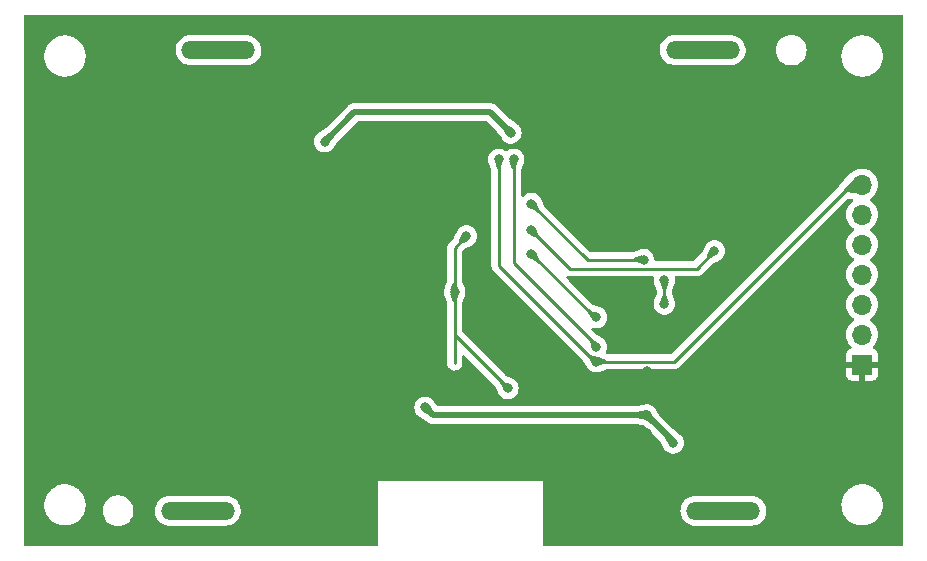
<source format=gbr>
%TF.GenerationSoftware,KiCad,Pcbnew,7.0.7*%
%TF.CreationDate,2023-09-16T22:14:34+02:00*%
%TF.ProjectId,oled242,6f6c6564-3234-4322-9e6b-696361645f70,rev?*%
%TF.SameCoordinates,Original*%
%TF.FileFunction,Copper,L2,Bot*%
%TF.FilePolarity,Positive*%
%FSLAX46Y46*%
G04 Gerber Fmt 4.6, Leading zero omitted, Abs format (unit mm)*
G04 Created by KiCad (PCBNEW 7.0.7) date 2023-09-16 22:14:34*
%MOMM*%
%LPD*%
G01*
G04 APERTURE LIST*
%TA.AperFunction,WasherPad*%
%ADD10O,6.250000X1.500000*%
%TD*%
%TA.AperFunction,ComponentPad*%
%ADD11R,1.700000X1.700000*%
%TD*%
%TA.AperFunction,ComponentPad*%
%ADD12O,1.700000X1.700000*%
%TD*%
%TA.AperFunction,ViaPad*%
%ADD13C,0.800000*%
%TD*%
%TA.AperFunction,Conductor*%
%ADD14C,0.250000*%
%TD*%
%TA.AperFunction,Conductor*%
%ADD15C,0.500000*%
%TD*%
G04 APERTURE END LIST*
D10*
%TO.P,TP2,*%
%TO.N,*%
X57500000Y-3000000D03*
%TD*%
D11*
%TO.P,J3,1,Pin_1*%
%TO.N,GND*%
X71000000Y-29625000D03*
D12*
%TO.P,J3,2,Pin_2*%
%TO.N,/VCC*%
X71000000Y-27085000D03*
%TO.P,J3,3,Pin_3*%
%TO.N,/SCL*%
X71000000Y-24545000D03*
%TO.P,J3,4,Pin_4*%
%TO.N,/SDA*%
X71000000Y-22005000D03*
%TO.P,J3,5,Pin_5*%
%TO.N,/RES*%
X71000000Y-19465000D03*
%TO.P,J3,6,Pin_6*%
%TO.N,/DC*%
X71000000Y-16925000D03*
%TO.P,J3,7,Pin_7*%
%TO.N,/CS*%
X71000000Y-14385000D03*
%TD*%
D10*
%TO.P,TP4,*%
%TO.N,*%
X59250000Y-42000000D03*
%TD*%
%TO.P,TP3,*%
%TO.N,*%
X14750000Y-42000000D03*
%TD*%
%TO.P,TP1,*%
%TO.N,*%
X16500000Y-3000000D03*
%TD*%
D13*
%TO.N,GND*%
X15000000Y-40000000D03*
X31500000Y-10000000D03*
X29500000Y-11500000D03*
X52750000Y-30135000D03*
X62887500Y-27069900D03*
X59500000Y-40000000D03*
X16000000Y-5000000D03*
X52750000Y-35385000D03*
X27500000Y-14500000D03*
X55500000Y-14500000D03*
X67000000Y-34000000D03*
X26000000Y-1500000D03*
X20000000Y-30575000D03*
X43750000Y-8000000D03*
X58500000Y-5000000D03*
X55000000Y-34250000D03*
X44500000Y-11500000D03*
%TO.N,/RES*%
X43000000Y-16000000D03*
X52500000Y-20750000D03*
%TO.N,/SDA*%
X54250000Y-22500000D03*
X54250000Y-24500000D03*
%TO.N,/VCC*%
X55000000Y-36250000D03*
X25500000Y-10750000D03*
X52750000Y-33885000D03*
X41250000Y-10000000D03*
X34000000Y-33250000D03*
%TO.N,/DC*%
X58500000Y-20000000D03*
X43000000Y-18250000D03*
%TO.N,/CS*%
X40250000Y-12250000D03*
X48500000Y-29385000D03*
%TO.N,/BS1*%
X48500000Y-28135000D03*
X41500000Y-12250000D03*
%TO.N,/SCL*%
X36500000Y-23500000D03*
X41000000Y-31635000D03*
X37500000Y-18750000D03*
%TO.N,/D2*%
X48500000Y-25635000D03*
X43000000Y-20250000D03*
%TD*%
D14*
%TO.N,/RES*%
X47750000Y-20750000D02*
X52500000Y-20750000D01*
X43000000Y-16000000D02*
X47750000Y-20750000D01*
%TO.N,/SDA*%
X54250000Y-22500000D02*
X54250000Y-24500000D01*
D15*
%TO.N,/VCC*%
X39500000Y-8250000D02*
X28000000Y-8250000D01*
X55000000Y-36135000D02*
X55000000Y-36250000D01*
X52750000Y-33885000D02*
X55000000Y-36135000D01*
X52750000Y-33885000D02*
X34635000Y-33885000D01*
X28000000Y-8250000D02*
X25500000Y-10750000D01*
X41250000Y-10000000D02*
X39500000Y-8250000D01*
X34635000Y-33885000D02*
X34000000Y-33250000D01*
D14*
%TO.N,/DC*%
X57000000Y-21500000D02*
X46250000Y-21500000D01*
X46250000Y-21500000D02*
X43000000Y-18250000D01*
X58500000Y-20000000D02*
X57000000Y-21500000D01*
%TO.N,/CS*%
X70057500Y-14385000D02*
X55057500Y-29385000D01*
X71000000Y-14385000D02*
X70057500Y-14385000D01*
X48500000Y-29385000D02*
X48385000Y-29385000D01*
X40250000Y-21250000D02*
X40250000Y-12250000D01*
X55057500Y-29385000D02*
X48500000Y-29385000D01*
X48385000Y-29385000D02*
X40250000Y-21250000D01*
%TO.N,/BS1*%
X48500000Y-28000000D02*
X41500000Y-21000000D01*
X48500000Y-28135000D02*
X48500000Y-28000000D01*
X41500000Y-21000000D02*
X41500000Y-12250000D01*
%TO.N,/SCL*%
X41000000Y-31635000D02*
X36500000Y-27135000D01*
X36500000Y-23500000D02*
X36500000Y-19750000D01*
X36500000Y-29500000D02*
X36500000Y-23500000D01*
X36500000Y-19750000D02*
X37500000Y-18750000D01*
%TO.N,/D2*%
X48385000Y-25635000D02*
X43000000Y-20250000D01*
X48500000Y-25635000D02*
X48385000Y-25635000D01*
%TD*%
%TA.AperFunction,Conductor*%
%TO.N,/CS*%
G36*
X40609109Y-12398719D02*
G01*
X40615427Y-12405066D01*
X40615551Y-12413655D01*
X40377859Y-13042437D01*
X40371728Y-13048964D01*
X40366915Y-13050000D01*
X40133085Y-13050000D01*
X40124812Y-13046573D01*
X40122141Y-13042437D01*
X39884448Y-12413655D01*
X39884728Y-12404705D01*
X39890889Y-12398719D01*
X40245500Y-12250875D01*
X40254449Y-12250855D01*
X40609109Y-12398719D01*
G37*
%TD.AperFunction*%
%TD*%
%TA.AperFunction,Conductor*%
%TO.N,/BS1*%
G36*
X41859109Y-12398719D02*
G01*
X41865427Y-12405066D01*
X41865551Y-12413655D01*
X41627859Y-13042437D01*
X41621728Y-13048964D01*
X41616915Y-13050000D01*
X41383085Y-13050000D01*
X41374812Y-13046573D01*
X41372141Y-13042437D01*
X41134448Y-12413655D01*
X41134728Y-12404705D01*
X41140889Y-12398719D01*
X41495500Y-12250875D01*
X41504449Y-12250855D01*
X41859109Y-12398719D01*
G37*
%TD.AperFunction*%
%TD*%
%TA.AperFunction,Conductor*%
%TO.N,/CS*%
G36*
X48680696Y-29025890D02*
G01*
X49292437Y-29257141D01*
X49298964Y-29263272D01*
X49300000Y-29268085D01*
X49300000Y-29501914D01*
X49296573Y-29510187D01*
X49292437Y-29512858D01*
X48663655Y-29750551D01*
X48654705Y-29750271D01*
X48648719Y-29744109D01*
X48552306Y-29512858D01*
X48500875Y-29389499D01*
X48500855Y-29380550D01*
X48648719Y-29025889D01*
X48655066Y-29019572D01*
X48663654Y-29019448D01*
X48680696Y-29025890D01*
G37*
%TD.AperFunction*%
%TD*%
%TA.AperFunction,Conductor*%
%TO.N,/SCL*%
G36*
X36859109Y-23648719D02*
G01*
X36865427Y-23655066D01*
X36865551Y-23663655D01*
X36627859Y-24292437D01*
X36621728Y-24298964D01*
X36616915Y-24300000D01*
X36383085Y-24300000D01*
X36374812Y-24296573D01*
X36372141Y-24292437D01*
X36134448Y-23663655D01*
X36134728Y-23654705D01*
X36140889Y-23648719D01*
X36495500Y-23500875D01*
X36504449Y-23500855D01*
X36859109Y-23648719D01*
G37*
%TD.AperFunction*%
%TD*%
%TA.AperFunction,Conductor*%
%TO.N,/VCC*%
G36*
X52744942Y-33489435D02*
G01*
X52749835Y-33496935D01*
X52750035Y-33499062D01*
X52751000Y-33885000D01*
X52750035Y-34270937D01*
X52746587Y-34279202D01*
X52738306Y-34282608D01*
X52736179Y-34282408D01*
X51959544Y-34136789D01*
X51952044Y-34131896D01*
X51950000Y-34125289D01*
X51950000Y-33644710D01*
X51953427Y-33636437D01*
X51959542Y-33633210D01*
X52736180Y-33487591D01*
X52744942Y-33489435D01*
G37*
%TD.AperFunction*%
%TD*%
%TA.AperFunction,Conductor*%
%TO.N,/VCC*%
G36*
X54688239Y-35468363D02*
G01*
X55093336Y-35808185D01*
X55273083Y-35958970D01*
X55277219Y-35966913D01*
X55274528Y-35975453D01*
X55273858Y-35976186D01*
X55002369Y-36249035D01*
X54998527Y-36251603D01*
X54640368Y-36398990D01*
X54631414Y-36398969D01*
X54625522Y-36393543D01*
X54330403Y-35822626D01*
X54329649Y-35813703D01*
X54332522Y-35808982D01*
X54672450Y-35469054D01*
X54680722Y-35465628D01*
X54688239Y-35468363D01*
G37*
%TD.AperFunction*%
%TD*%
%TA.AperFunction,Conductor*%
%TO.N,/D2*%
G36*
X47983427Y-25052026D02*
G01*
X48640974Y-25261592D01*
X48647815Y-25267369D01*
X48648568Y-25276292D01*
X48648240Y-25277191D01*
X48502563Y-25631195D01*
X48496245Y-25637542D01*
X48496195Y-25637563D01*
X48139832Y-25784211D01*
X48130878Y-25784190D01*
X48125299Y-25779329D01*
X47804458Y-25234444D01*
X47803214Y-25225578D01*
X47806266Y-25220238D01*
X47971603Y-25054901D01*
X47979875Y-25051475D01*
X47983427Y-25052026D01*
G37*
%TD.AperFunction*%
%TD*%
%TA.AperFunction,Conductor*%
%TO.N,/BS1*%
G36*
X48111501Y-27431704D02*
G01*
X48644606Y-27760230D01*
X48649852Y-27767488D01*
X48649288Y-27774643D01*
X48502563Y-28131195D01*
X48496245Y-28137542D01*
X48496195Y-28137563D01*
X48142422Y-28283145D01*
X48133468Y-28283124D01*
X48127150Y-28276777D01*
X48126756Y-28275661D01*
X47928840Y-27610310D01*
X47929765Y-27601403D01*
X47931778Y-27598704D01*
X48097091Y-27433391D01*
X48105363Y-27429965D01*
X48111501Y-27431704D01*
G37*
%TD.AperFunction*%
%TD*%
%TA.AperFunction,Conductor*%
%TO.N,/VCC*%
G36*
X34289421Y-32977117D02*
G01*
X34290783Y-32978762D01*
X34736978Y-33630895D01*
X34738822Y-33639658D01*
X34735595Y-33645775D01*
X34395775Y-33985595D01*
X34387502Y-33989022D01*
X34380895Y-33986978D01*
X33728762Y-33540783D01*
X33723869Y-33533283D01*
X33725713Y-33524520D01*
X33727075Y-33522875D01*
X33999293Y-33249293D01*
X34272875Y-32977075D01*
X34281156Y-32973669D01*
X34289421Y-32977117D01*
G37*
%TD.AperFunction*%
%TD*%
%TA.AperFunction,Conductor*%
%TO.N,/CS*%
G36*
X47983427Y-28802026D02*
G01*
X48640974Y-29011592D01*
X48647815Y-29017369D01*
X48648568Y-29026292D01*
X48648240Y-29027191D01*
X48502563Y-29381195D01*
X48496245Y-29387542D01*
X48496195Y-29387563D01*
X48139832Y-29534211D01*
X48130878Y-29534190D01*
X48125299Y-29529329D01*
X47804458Y-28984444D01*
X47803214Y-28975578D01*
X47806266Y-28970238D01*
X47971603Y-28804901D01*
X47979875Y-28801475D01*
X47983427Y-28802026D01*
G37*
%TD.AperFunction*%
%TD*%
%TA.AperFunction,Conductor*%
%TO.N,/SDA*%
G36*
X54609109Y-22648719D02*
G01*
X54615427Y-22655066D01*
X54615551Y-22663655D01*
X54377859Y-23292437D01*
X54371728Y-23298964D01*
X54366915Y-23300000D01*
X54133085Y-23300000D01*
X54124812Y-23296573D01*
X54122141Y-23292437D01*
X53884448Y-22663655D01*
X53884728Y-22654705D01*
X53890889Y-22648719D01*
X54245500Y-22500875D01*
X54254449Y-22500855D01*
X54609109Y-22648719D01*
G37*
%TD.AperFunction*%
%TD*%
%TA.AperFunction,Conductor*%
%TO.N,/RES*%
G36*
X52345294Y-20384728D02*
G01*
X52351280Y-20390890D01*
X52499123Y-20745498D01*
X52499144Y-20754452D01*
X52499123Y-20754502D01*
X52351280Y-21109109D01*
X52344933Y-21115427D01*
X52336344Y-21115551D01*
X51707563Y-20877858D01*
X51701036Y-20871727D01*
X51700000Y-20866914D01*
X51700000Y-20633085D01*
X51703427Y-20624812D01*
X51707563Y-20622141D01*
X52336345Y-20384448D01*
X52345294Y-20384728D01*
G37*
%TD.AperFunction*%
%TD*%
%TA.AperFunction,Conductor*%
%TO.N,GND*%
G36*
X74442539Y-20185D02*
G01*
X74488294Y-72989D01*
X74499500Y-124500D01*
X74499500Y-44875500D01*
X74479815Y-44942539D01*
X74427011Y-44988294D01*
X74375500Y-44999500D01*
X44124500Y-44999500D01*
X44057461Y-44979815D01*
X44011706Y-44927011D01*
X44000500Y-44875500D01*
X44000500Y-42226686D01*
X44000500Y-42056691D01*
X55612685Y-42056691D01*
X55626916Y-42161743D01*
X55643094Y-42281175D01*
X55643095Y-42281180D01*
X55713097Y-42496622D01*
X55768067Y-42598772D01*
X55819300Y-42693981D01*
X55820445Y-42696107D01*
X55961685Y-42873218D01*
X56124096Y-43015111D01*
X56132282Y-43022263D01*
X56326750Y-43138453D01*
X56538839Y-43218050D01*
X56538839Y-43218051D01*
X56761729Y-43258500D01*
X56761733Y-43258500D01*
X61681515Y-43258500D01*
X61681522Y-43258500D01*
X61850622Y-43243281D01*
X61881856Y-43234661D01*
X62068983Y-43183017D01*
X62068985Y-43183016D01*
X62068993Y-43183014D01*
X62273093Y-43084725D01*
X62456363Y-42951571D01*
X62612912Y-42787834D01*
X62737709Y-42598774D01*
X62739930Y-42593579D01*
X62826740Y-42390477D01*
X62826739Y-42390477D01*
X62826743Y-42390470D01*
X62877151Y-42169615D01*
X62887315Y-41943309D01*
X62856906Y-41718825D01*
X62786903Y-41503379D01*
X62785085Y-41500000D01*
X69244592Y-41500000D01*
X69252274Y-41602520D01*
X69252447Y-41607142D01*
X69252446Y-41625726D01*
X69251578Y-41628678D01*
X69251803Y-41631669D01*
X69253226Y-41636144D01*
X69255997Y-41654525D01*
X69256516Y-41659133D01*
X69264198Y-41761631D01*
X69287070Y-41861838D01*
X69287932Y-41866396D01*
X69290703Y-41884778D01*
X69290284Y-41887833D01*
X69290950Y-41890751D01*
X69293026Y-41894967D01*
X69298512Y-41912751D01*
X69299712Y-41917230D01*
X69322578Y-42017411D01*
X69322579Y-42017413D01*
X69322580Y-42017416D01*
X69360137Y-42113111D01*
X69361665Y-42117477D01*
X69367143Y-42135237D01*
X69367184Y-42138313D01*
X69368281Y-42141107D01*
X69370961Y-42144965D01*
X69373977Y-42151229D01*
X69379025Y-42161712D01*
X69380879Y-42165961D01*
X69418431Y-42261641D01*
X69418433Y-42261645D01*
X69469823Y-42350655D01*
X69471991Y-42354756D01*
X69480056Y-42371503D01*
X69480556Y-42374540D01*
X69482057Y-42377141D01*
X69485282Y-42380556D01*
X69492046Y-42390477D01*
X69495751Y-42395910D01*
X69498218Y-42399837D01*
X69549613Y-42488855D01*
X69549619Y-42488864D01*
X69555806Y-42496622D01*
X69613701Y-42569219D01*
X69616449Y-42572944D01*
X69626927Y-42588312D01*
X69627874Y-42591243D01*
X69629737Y-42593579D01*
X69633435Y-42596475D01*
X69646093Y-42610117D01*
X69649119Y-42613633D01*
X69713194Y-42693980D01*
X69713203Y-42693989D01*
X69788543Y-42763894D01*
X69791819Y-42767169D01*
X69804461Y-42780794D01*
X69805833Y-42783546D01*
X69808039Y-42785593D01*
X69812120Y-42787902D01*
X69826653Y-42799491D01*
X69830162Y-42802510D01*
X69862635Y-42832640D01*
X69905518Y-42872431D01*
X69905523Y-42872435D01*
X69990444Y-42930333D01*
X69994176Y-42933087D01*
X70008712Y-42944680D01*
X70010479Y-42947198D01*
X70012947Y-42948880D01*
X70017338Y-42950560D01*
X70032144Y-42959108D01*
X70033447Y-42959861D01*
X70037354Y-42962315D01*
X70092696Y-43000047D01*
X70122293Y-43020226D01*
X70122303Y-43020232D01*
X70214894Y-43064821D01*
X70218994Y-43066987D01*
X70235098Y-43076285D01*
X70237223Y-43078514D01*
X70239920Y-43079813D01*
X70244518Y-43080821D01*
X70261838Y-43087620D01*
X70266083Y-43089472D01*
X70358677Y-43134063D01*
X70358687Y-43134066D01*
X70358692Y-43134068D01*
X70372909Y-43138453D01*
X70456922Y-43164367D01*
X70461253Y-43165883D01*
X70478583Y-43172685D01*
X70478586Y-43172686D01*
X70481015Y-43174569D01*
X70483877Y-43175452D01*
X70488565Y-43175764D01*
X70497517Y-43177807D01*
X70500458Y-43178477D01*
X70506703Y-43179903D01*
X70511159Y-43181097D01*
X70609385Y-43211396D01*
X70609388Y-43211396D01*
X70609390Y-43211397D01*
X70624527Y-43213678D01*
X70711050Y-43226719D01*
X70715548Y-43227570D01*
X70733705Y-43231714D01*
X70736391Y-43233217D01*
X70739346Y-43233662D01*
X70744026Y-43233271D01*
X70748562Y-43233610D01*
X70762586Y-43234661D01*
X70767144Y-43235174D01*
X70868818Y-43250500D01*
X70868824Y-43250500D01*
X70971608Y-43250500D01*
X70976225Y-43250672D01*
X70992019Y-43251855D01*
X70994781Y-43252063D01*
X70997660Y-43253148D01*
X71000645Y-43253148D01*
X71005219Y-43252063D01*
X71007980Y-43251855D01*
X71023774Y-43250672D01*
X71028392Y-43250500D01*
X71131176Y-43250500D01*
X71131182Y-43250500D01*
X71232858Y-43235174D01*
X71237416Y-43234661D01*
X71255970Y-43233271D01*
X71258978Y-43233914D01*
X71261943Y-43233467D01*
X71266308Y-43231711D01*
X71284469Y-43227566D01*
X71288919Y-43226724D01*
X71390615Y-43211396D01*
X71488858Y-43181092D01*
X71493296Y-43179903D01*
X71510613Y-43175951D01*
X71511437Y-43175763D01*
X71514505Y-43175951D01*
X71517368Y-43175068D01*
X71521411Y-43172686D01*
X71538750Y-43165882D01*
X71543074Y-43164368D01*
X71641323Y-43134063D01*
X71733938Y-43089461D01*
X71738169Y-43087616D01*
X71755491Y-43080818D01*
X71758555Y-43080546D01*
X71761239Y-43079254D01*
X71764891Y-43076290D01*
X71781033Y-43066970D01*
X71785073Y-43064836D01*
X71877704Y-43020228D01*
X71962668Y-42962300D01*
X71966527Y-42959875D01*
X71982661Y-42950560D01*
X71985652Y-42949835D01*
X71988117Y-42948154D01*
X71991285Y-42944681D01*
X72005823Y-42933087D01*
X72005836Y-42933076D01*
X72009529Y-42930350D01*
X72094479Y-42872433D01*
X72169865Y-42802484D01*
X72173294Y-42799532D01*
X72187881Y-42787900D01*
X72190722Y-42786740D01*
X72192922Y-42784699D01*
X72195530Y-42780803D01*
X72208204Y-42767143D01*
X72211421Y-42763926D01*
X72286805Y-42693981D01*
X72350909Y-42613596D01*
X72353904Y-42610117D01*
X72364431Y-42598772D01*
X72366564Y-42596474D01*
X72369208Y-42594899D01*
X72371065Y-42592569D01*
X72373073Y-42588310D01*
X72383554Y-42572937D01*
X72386279Y-42569244D01*
X72450386Y-42488857D01*
X72501800Y-42399804D01*
X72504229Y-42395939D01*
X72514717Y-42380555D01*
X72517096Y-42378604D01*
X72518593Y-42376012D01*
X72519940Y-42371510D01*
X72528020Y-42354731D01*
X72530150Y-42350700D01*
X72581568Y-42261643D01*
X72619129Y-42165937D01*
X72620958Y-42161743D01*
X72629040Y-42144962D01*
X72631099Y-42142681D01*
X72632195Y-42139887D01*
X72632857Y-42135237D01*
X72638344Y-42117449D01*
X72639861Y-42113114D01*
X72677420Y-42017416D01*
X72700298Y-41917181D01*
X72701486Y-41912748D01*
X72706975Y-41894959D01*
X72708672Y-41892395D01*
X72709335Y-41889489D01*
X72709296Y-41884780D01*
X72712071Y-41866370D01*
X72712924Y-41861863D01*
X72735802Y-41761630D01*
X72743485Y-41659102D01*
X72743997Y-41654548D01*
X72747553Y-41630961D01*
X72747553Y-41630954D01*
X72748190Y-41626729D01*
X72747694Y-41623415D01*
X72747953Y-41609535D01*
X72748171Y-41597840D01*
X72748331Y-41594427D01*
X72755408Y-41500000D01*
X72748332Y-41405575D01*
X72748171Y-41402156D01*
X72747693Y-41376583D01*
X72748336Y-41374235D01*
X72747192Y-41366645D01*
X72743998Y-41345457D01*
X72743484Y-41340891D01*
X72735802Y-41238370D01*
X72712925Y-41138141D01*
X72712067Y-41133604D01*
X72712067Y-41133602D01*
X72709296Y-41115220D01*
X72709714Y-41112168D01*
X72709048Y-41109253D01*
X72706972Y-41105031D01*
X72701484Y-41087241D01*
X72700286Y-41082767D01*
X72681385Y-40999954D01*
X72677423Y-40982595D01*
X72677421Y-40982590D01*
X72677420Y-40982584D01*
X72639862Y-40886887D01*
X72638348Y-40882565D01*
X72632856Y-40864762D01*
X72632815Y-40861687D01*
X72631707Y-40858865D01*
X72629015Y-40854985D01*
X72628682Y-40854294D01*
X72620970Y-40838280D01*
X72619117Y-40834030D01*
X72581569Y-40738359D01*
X72581563Y-40738348D01*
X72530155Y-40649308D01*
X72528016Y-40645259D01*
X72519940Y-40628489D01*
X72519440Y-40625454D01*
X72517943Y-40622861D01*
X72514718Y-40619443D01*
X72504245Y-40604083D01*
X72501782Y-40600163D01*
X72450386Y-40511143D01*
X72386297Y-40430779D01*
X72383549Y-40427054D01*
X72373072Y-40411687D01*
X72372123Y-40408755D01*
X72370265Y-40406424D01*
X72366564Y-40403524D01*
X72353899Y-40389876D01*
X72350888Y-40386377D01*
X72286805Y-40306019D01*
X72286801Y-40306015D01*
X72286796Y-40306010D01*
X72211454Y-40236103D01*
X72208173Y-40232822D01*
X72195531Y-40219196D01*
X72194161Y-40216449D01*
X72191967Y-40214412D01*
X72187879Y-40212098D01*
X72173335Y-40200499D01*
X72169848Y-40197499D01*
X72094479Y-40127567D01*
X72094473Y-40127563D01*
X72009569Y-40069676D01*
X72005837Y-40066922D01*
X71991285Y-40055317D01*
X71989518Y-40052799D01*
X71987054Y-40051120D01*
X71982659Y-40049438D01*
X71966563Y-40040145D01*
X71962636Y-40037677D01*
X71877704Y-39979772D01*
X71877700Y-39979770D01*
X71785095Y-39935173D01*
X71780995Y-39933006D01*
X71764899Y-39923713D01*
X71762773Y-39921483D01*
X71760086Y-39920189D01*
X71755489Y-39919180D01*
X71738169Y-39912383D01*
X71733918Y-39910528D01*
X71706891Y-39897513D01*
X71641323Y-39865937D01*
X71641318Y-39865935D01*
X71641312Y-39865933D01*
X71543103Y-39835639D01*
X71538726Y-39834108D01*
X71521414Y-39827314D01*
X71518983Y-39825429D01*
X71516127Y-39824548D01*
X71511434Y-39824236D01*
X71497494Y-39821054D01*
X71493309Y-39820099D01*
X71488831Y-39818899D01*
X71390623Y-39788606D01*
X71390619Y-39788605D01*
X71390617Y-39788604D01*
X71390615Y-39788604D01*
X71356438Y-39783452D01*
X71288974Y-39773283D01*
X71284422Y-39772422D01*
X71282753Y-39772041D01*
X71279124Y-39771213D01*
X71266285Y-39768282D01*
X71263599Y-39766779D01*
X71260654Y-39766335D01*
X71255970Y-39766726D01*
X71237407Y-39765335D01*
X71232799Y-39764816D01*
X71131189Y-39749500D01*
X71131182Y-39749500D01*
X71028378Y-39749500D01*
X71023740Y-39749326D01*
X71005222Y-39747938D01*
X71002346Y-39746854D01*
X70999346Y-39746854D01*
X70994777Y-39747938D01*
X70976260Y-39749326D01*
X70971622Y-39749500D01*
X70868808Y-39749500D01*
X70767198Y-39764816D01*
X70762590Y-39765335D01*
X70744027Y-39766726D01*
X70741020Y-39766082D01*
X70738073Y-39766526D01*
X70733706Y-39768283D01*
X70715582Y-39772421D01*
X70711025Y-39773283D01*
X70609378Y-39788605D01*
X70609375Y-39788606D01*
X70511171Y-39818898D01*
X70506692Y-39820098D01*
X70489866Y-39823938D01*
X70488613Y-39824225D01*
X70485526Y-39824037D01*
X70482637Y-39824928D01*
X70478586Y-39827313D01*
X70461272Y-39834108D01*
X70456895Y-39835640D01*
X70373666Y-39861313D01*
X70358684Y-39865935D01*
X70358671Y-39865939D01*
X70358665Y-39865941D01*
X70266073Y-39910530D01*
X70261820Y-39912386D01*
X70244504Y-39919181D01*
X70241442Y-39919452D01*
X70238754Y-39920746D01*
X70235098Y-39923714D01*
X70218996Y-39933009D01*
X70214898Y-39935175D01*
X70122300Y-39979769D01*
X70122288Y-39979776D01*
X70037366Y-40037675D01*
X70033438Y-40040143D01*
X70017336Y-40049439D01*
X70014344Y-40050164D01*
X70011881Y-40051843D01*
X70008717Y-40055313D01*
X69994171Y-40066915D01*
X69990437Y-40069670D01*
X69905525Y-40127563D01*
X69905524Y-40127564D01*
X69830172Y-40197478D01*
X69826662Y-40200499D01*
X69812133Y-40212088D01*
X69809282Y-40213252D01*
X69807081Y-40215294D01*
X69804468Y-40219198D01*
X69791833Y-40232815D01*
X69788553Y-40236095D01*
X69713197Y-40306015D01*
X69713193Y-40306020D01*
X69649120Y-40386364D01*
X69646096Y-40389878D01*
X69633438Y-40403520D01*
X69630793Y-40405094D01*
X69628931Y-40407430D01*
X69626925Y-40411689D01*
X69616439Y-40427068D01*
X69613686Y-40430799D01*
X69549614Y-40511141D01*
X69498217Y-40600161D01*
X69495760Y-40604073D01*
X69491714Y-40610011D01*
X69485278Y-40619449D01*
X69482898Y-40621399D01*
X69481403Y-40623990D01*
X69480057Y-40628491D01*
X69471991Y-40645242D01*
X69469823Y-40649344D01*
X69418435Y-40738348D01*
X69418433Y-40738354D01*
X69380879Y-40834035D01*
X69379026Y-40838282D01*
X69370963Y-40855028D01*
X69368900Y-40857312D01*
X69367803Y-40860106D01*
X69367142Y-40864765D01*
X69361661Y-40882531D01*
X69360130Y-40886908D01*
X69322580Y-40982584D01*
X69299713Y-41082767D01*
X69298512Y-41087246D01*
X69293026Y-41105033D01*
X69291327Y-41107597D01*
X69290662Y-41110513D01*
X69290703Y-41115221D01*
X69287932Y-41133602D01*
X69287070Y-41138158D01*
X69264199Y-41238363D01*
X69264197Y-41238373D01*
X69256516Y-41340867D01*
X69255996Y-41345477D01*
X69253226Y-41363856D01*
X69251929Y-41366645D01*
X69251705Y-41369632D01*
X69252446Y-41374272D01*
X69252447Y-41392856D01*
X69252274Y-41397481D01*
X69244592Y-41500000D01*
X62785085Y-41500000D01*
X62679556Y-41303894D01*
X62627297Y-41238363D01*
X62538314Y-41126781D01*
X62367724Y-40977742D01*
X62367722Y-40977740D01*
X62367718Y-40977737D01*
X62263175Y-40915275D01*
X62173256Y-40861550D01*
X62173253Y-40861548D01*
X62173250Y-40861547D01*
X62054517Y-40816986D01*
X61961160Y-40781948D01*
X61738271Y-40741500D01*
X61738267Y-40741500D01*
X56818478Y-40741500D01*
X56779788Y-40744982D01*
X56649379Y-40756718D01*
X56649373Y-40756719D01*
X56431016Y-40816982D01*
X56431003Y-40816987D01*
X56226913Y-40915271D01*
X56226906Y-40915275D01*
X56043642Y-41048424D01*
X56043634Y-41048431D01*
X55887089Y-41212164D01*
X55762289Y-41401227D01*
X55673259Y-41609522D01*
X55673255Y-41609535D01*
X55622850Y-41830379D01*
X55622848Y-41830390D01*
X55618948Y-41917234D01*
X55612685Y-42056691D01*
X44000500Y-42056691D01*
X44000500Y-39524754D01*
X44000528Y-39524616D01*
X44000524Y-39524616D01*
X44000539Y-39500002D01*
X44000541Y-39500000D01*
X44000462Y-39499808D01*
X44000384Y-39499618D01*
X44000381Y-39499615D01*
X44000098Y-39499499D01*
X44000001Y-39499459D01*
X43976952Y-39499319D01*
X43976019Y-39499498D01*
X30024761Y-39499444D01*
X30024625Y-39499416D01*
X30024625Y-39499417D01*
X29999998Y-39499402D01*
X29999763Y-39499500D01*
X29999617Y-39499559D01*
X29999616Y-39499560D01*
X29999459Y-39499943D01*
X29999476Y-39524560D01*
X29999472Y-39524560D01*
X29999500Y-39524701D01*
X29999716Y-44875439D01*
X29980034Y-44942479D01*
X29927232Y-44988236D01*
X29875716Y-44999444D01*
X124499Y-44999498D01*
X57460Y-44979814D01*
X11705Y-44927010D01*
X500Y-44875502D01*
X500Y-41500000D01*
X1744592Y-41500000D01*
X1752274Y-41602522D01*
X1752447Y-41607136D01*
X1752447Y-41625718D01*
X1751578Y-41628676D01*
X1751802Y-41631667D01*
X1753226Y-41636144D01*
X1755997Y-41654525D01*
X1756516Y-41659133D01*
X1764198Y-41761631D01*
X1787070Y-41861838D01*
X1787932Y-41866396D01*
X1790703Y-41884778D01*
X1790284Y-41887833D01*
X1790950Y-41890751D01*
X1793026Y-41894967D01*
X1798512Y-41912751D01*
X1799712Y-41917230D01*
X1822578Y-42017411D01*
X1822579Y-42017413D01*
X1822580Y-42017416D01*
X1860137Y-42113111D01*
X1861665Y-42117477D01*
X1867143Y-42135237D01*
X1867184Y-42138313D01*
X1868281Y-42141107D01*
X1870961Y-42144965D01*
X1873977Y-42151229D01*
X1879025Y-42161712D01*
X1880879Y-42165961D01*
X1918431Y-42261641D01*
X1918433Y-42261645D01*
X1969823Y-42350655D01*
X1971991Y-42354756D01*
X1980056Y-42371503D01*
X1980556Y-42374540D01*
X1982057Y-42377141D01*
X1985282Y-42380556D01*
X1992046Y-42390477D01*
X1995751Y-42395910D01*
X1998218Y-42399837D01*
X2049613Y-42488855D01*
X2049619Y-42488864D01*
X2055806Y-42496622D01*
X2113701Y-42569219D01*
X2116449Y-42572944D01*
X2126927Y-42588312D01*
X2127874Y-42591243D01*
X2129737Y-42593579D01*
X2133435Y-42596475D01*
X2146093Y-42610117D01*
X2149119Y-42613633D01*
X2213194Y-42693980D01*
X2213203Y-42693989D01*
X2288543Y-42763894D01*
X2291819Y-42767169D01*
X2304461Y-42780794D01*
X2305833Y-42783546D01*
X2308039Y-42785593D01*
X2312120Y-42787902D01*
X2326653Y-42799491D01*
X2330162Y-42802510D01*
X2362635Y-42832640D01*
X2405518Y-42872431D01*
X2405523Y-42872435D01*
X2490444Y-42930333D01*
X2494176Y-42933087D01*
X2508712Y-42944680D01*
X2510479Y-42947198D01*
X2512947Y-42948880D01*
X2517338Y-42950560D01*
X2532144Y-42959108D01*
X2533447Y-42959861D01*
X2537354Y-42962315D01*
X2592696Y-43000047D01*
X2622293Y-43020226D01*
X2622303Y-43020232D01*
X2714894Y-43064821D01*
X2718994Y-43066987D01*
X2735098Y-43076285D01*
X2737223Y-43078514D01*
X2739920Y-43079813D01*
X2744518Y-43080821D01*
X2761838Y-43087620D01*
X2766083Y-43089472D01*
X2858677Y-43134063D01*
X2858687Y-43134066D01*
X2858692Y-43134068D01*
X2872909Y-43138453D01*
X2956922Y-43164367D01*
X2961253Y-43165883D01*
X2978583Y-43172685D01*
X2978586Y-43172686D01*
X2981015Y-43174569D01*
X2983877Y-43175452D01*
X2988565Y-43175764D01*
X2997517Y-43177807D01*
X3000458Y-43178477D01*
X3006703Y-43179903D01*
X3011159Y-43181097D01*
X3109385Y-43211396D01*
X3109388Y-43211396D01*
X3109390Y-43211397D01*
X3124527Y-43213678D01*
X3211050Y-43226719D01*
X3215548Y-43227570D01*
X3233705Y-43231714D01*
X3236391Y-43233217D01*
X3239346Y-43233662D01*
X3244026Y-43233271D01*
X3248562Y-43233610D01*
X3262586Y-43234661D01*
X3267144Y-43235174D01*
X3368818Y-43250500D01*
X3368824Y-43250500D01*
X3471608Y-43250500D01*
X3476225Y-43250672D01*
X3492019Y-43251855D01*
X3494781Y-43252063D01*
X3497660Y-43253148D01*
X3500645Y-43253148D01*
X3505219Y-43252063D01*
X3507980Y-43251855D01*
X3523774Y-43250672D01*
X3528392Y-43250500D01*
X3631176Y-43250500D01*
X3631182Y-43250500D01*
X3732858Y-43235174D01*
X3737416Y-43234661D01*
X3755970Y-43233271D01*
X3758978Y-43233914D01*
X3761943Y-43233467D01*
X3766308Y-43231711D01*
X3784469Y-43227566D01*
X3788919Y-43226724D01*
X3890615Y-43211396D01*
X3988858Y-43181092D01*
X3993296Y-43179903D01*
X4010613Y-43175951D01*
X4011437Y-43175763D01*
X4014505Y-43175951D01*
X4017368Y-43175068D01*
X4021411Y-43172686D01*
X4038750Y-43165882D01*
X4043074Y-43164368D01*
X4141323Y-43134063D01*
X4233938Y-43089461D01*
X4238169Y-43087616D01*
X4255491Y-43080818D01*
X4258555Y-43080546D01*
X4261239Y-43079254D01*
X4264891Y-43076290D01*
X4281033Y-43066970D01*
X4285073Y-43064836D01*
X4377704Y-43020228D01*
X4462668Y-42962300D01*
X4466527Y-42959875D01*
X4482661Y-42950560D01*
X4485652Y-42949835D01*
X4488117Y-42948154D01*
X4491285Y-42944681D01*
X4505823Y-42933087D01*
X4505836Y-42933076D01*
X4509529Y-42930350D01*
X4594479Y-42872433D01*
X4669865Y-42802484D01*
X4673294Y-42799532D01*
X4687881Y-42787900D01*
X4690722Y-42786740D01*
X4692922Y-42784699D01*
X4695530Y-42780803D01*
X4708204Y-42767143D01*
X4711421Y-42763926D01*
X4786805Y-42693981D01*
X4850909Y-42613596D01*
X4853904Y-42610117D01*
X4864431Y-42598772D01*
X4866564Y-42596474D01*
X4869208Y-42594899D01*
X4871065Y-42592569D01*
X4873073Y-42588310D01*
X4883554Y-42572937D01*
X4886279Y-42569244D01*
X4950386Y-42488857D01*
X5001800Y-42399804D01*
X5004229Y-42395939D01*
X5014717Y-42380555D01*
X5017096Y-42378604D01*
X5018593Y-42376012D01*
X5019940Y-42371510D01*
X5028020Y-42354731D01*
X5030150Y-42350700D01*
X5081568Y-42261643D01*
X5119129Y-42165937D01*
X5120958Y-42161743D01*
X5129040Y-42144962D01*
X5131099Y-42142681D01*
X5132195Y-42139887D01*
X5132857Y-42135237D01*
X5138344Y-42117449D01*
X5139861Y-42113114D01*
X5177420Y-42017416D01*
X5181395Y-42000001D01*
X6694532Y-42000001D01*
X6714364Y-42226686D01*
X6714366Y-42226697D01*
X6773258Y-42446488D01*
X6773261Y-42446497D01*
X6869431Y-42652732D01*
X6869432Y-42652734D01*
X6999954Y-42839141D01*
X7160858Y-43000045D01*
X7160861Y-43000047D01*
X7347266Y-43130568D01*
X7553504Y-43226739D01*
X7553509Y-43226740D01*
X7553511Y-43226741D01*
X7606415Y-43240916D01*
X7773308Y-43285635D01*
X7943216Y-43300500D01*
X8056784Y-43300500D01*
X8226692Y-43285635D01*
X8446496Y-43226739D01*
X8652734Y-43130568D01*
X8839139Y-43000047D01*
X9000047Y-42839139D01*
X9130568Y-42652734D01*
X9226739Y-42446496D01*
X9285635Y-42226692D01*
X9300508Y-42056691D01*
X11112685Y-42056691D01*
X11126916Y-42161743D01*
X11143094Y-42281175D01*
X11143095Y-42281180D01*
X11213097Y-42496622D01*
X11268067Y-42598772D01*
X11319300Y-42693981D01*
X11320445Y-42696107D01*
X11461685Y-42873218D01*
X11624096Y-43015111D01*
X11632282Y-43022263D01*
X11826750Y-43138453D01*
X12038838Y-43218051D01*
X12038839Y-43218051D01*
X12261729Y-43258500D01*
X12261733Y-43258500D01*
X17181515Y-43258500D01*
X17181522Y-43258500D01*
X17350622Y-43243281D01*
X17381856Y-43234661D01*
X17568983Y-43183017D01*
X17568985Y-43183016D01*
X17568993Y-43183014D01*
X17773093Y-43084725D01*
X17956363Y-42951571D01*
X18112912Y-42787834D01*
X18237709Y-42598774D01*
X18239930Y-42593579D01*
X18326740Y-42390477D01*
X18326739Y-42390477D01*
X18326743Y-42390470D01*
X18377151Y-42169615D01*
X18387315Y-41943309D01*
X18356906Y-41718825D01*
X18286903Y-41503379D01*
X18179556Y-41303894D01*
X18127297Y-41238363D01*
X18038314Y-41126781D01*
X17867724Y-40977742D01*
X17867722Y-40977740D01*
X17867718Y-40977737D01*
X17763175Y-40915275D01*
X17673256Y-40861550D01*
X17673253Y-40861548D01*
X17673250Y-40861547D01*
X17554517Y-40816986D01*
X17461160Y-40781948D01*
X17238271Y-40741500D01*
X17238267Y-40741500D01*
X12318478Y-40741500D01*
X12279788Y-40744982D01*
X12149379Y-40756718D01*
X12149373Y-40756719D01*
X11931016Y-40816982D01*
X11931003Y-40816987D01*
X11726913Y-40915271D01*
X11726906Y-40915275D01*
X11543642Y-41048424D01*
X11543634Y-41048431D01*
X11387089Y-41212164D01*
X11262289Y-41401227D01*
X11173259Y-41609522D01*
X11173255Y-41609535D01*
X11122850Y-41830379D01*
X11122848Y-41830390D01*
X11118948Y-41917234D01*
X11112685Y-42056691D01*
X9300508Y-42056691D01*
X9305468Y-42000000D01*
X9285635Y-41773308D01*
X9226739Y-41553504D01*
X9130568Y-41347266D01*
X9000047Y-41160861D01*
X9000045Y-41160858D01*
X8839141Y-40999954D01*
X8652734Y-40869432D01*
X8652732Y-40869431D01*
X8446497Y-40773261D01*
X8446488Y-40773258D01*
X8226697Y-40714366D01*
X8226687Y-40714364D01*
X8056784Y-40699500D01*
X7943216Y-40699500D01*
X7773312Y-40714364D01*
X7773302Y-40714366D01*
X7553511Y-40773258D01*
X7553502Y-40773261D01*
X7347267Y-40869431D01*
X7347265Y-40869432D01*
X7160858Y-40999954D01*
X6999954Y-41160858D01*
X6869432Y-41347265D01*
X6869431Y-41347267D01*
X6773261Y-41553502D01*
X6773258Y-41553511D01*
X6714366Y-41773302D01*
X6714364Y-41773313D01*
X6694532Y-41999998D01*
X6694532Y-42000001D01*
X5181395Y-42000001D01*
X5200298Y-41917181D01*
X5201486Y-41912748D01*
X5206975Y-41894959D01*
X5208672Y-41892395D01*
X5209335Y-41889489D01*
X5209296Y-41884780D01*
X5212071Y-41866370D01*
X5212924Y-41861863D01*
X5235802Y-41761630D01*
X5243485Y-41659102D01*
X5243997Y-41654548D01*
X5247553Y-41630961D01*
X5247553Y-41630954D01*
X5248190Y-41626729D01*
X5247694Y-41623415D01*
X5247953Y-41609535D01*
X5248171Y-41597840D01*
X5248331Y-41594427D01*
X5255408Y-41500000D01*
X5248332Y-41405575D01*
X5248171Y-41402156D01*
X5247693Y-41376583D01*
X5248336Y-41374235D01*
X5247192Y-41366645D01*
X5243998Y-41345457D01*
X5243484Y-41340891D01*
X5235802Y-41238370D01*
X5212925Y-41138141D01*
X5212067Y-41133604D01*
X5212067Y-41133602D01*
X5209296Y-41115220D01*
X5209714Y-41112168D01*
X5209048Y-41109253D01*
X5206972Y-41105031D01*
X5201484Y-41087241D01*
X5200286Y-41082767D01*
X5181385Y-40999954D01*
X5177423Y-40982595D01*
X5177421Y-40982590D01*
X5177420Y-40982584D01*
X5139862Y-40886887D01*
X5138348Y-40882565D01*
X5132856Y-40864762D01*
X5132815Y-40861687D01*
X5131707Y-40858865D01*
X5129015Y-40854985D01*
X5128682Y-40854294D01*
X5120970Y-40838280D01*
X5119117Y-40834030D01*
X5081569Y-40738359D01*
X5081563Y-40738348D01*
X5030155Y-40649308D01*
X5028016Y-40645259D01*
X5019940Y-40628489D01*
X5019440Y-40625454D01*
X5017943Y-40622861D01*
X5014718Y-40619443D01*
X5004245Y-40604083D01*
X5001782Y-40600163D01*
X4950386Y-40511143D01*
X4886297Y-40430779D01*
X4883549Y-40427054D01*
X4873072Y-40411687D01*
X4872123Y-40408755D01*
X4870265Y-40406424D01*
X4866564Y-40403524D01*
X4853899Y-40389876D01*
X4850888Y-40386377D01*
X4786805Y-40306019D01*
X4786801Y-40306015D01*
X4786796Y-40306010D01*
X4711454Y-40236103D01*
X4708173Y-40232822D01*
X4695531Y-40219196D01*
X4694161Y-40216449D01*
X4691967Y-40214412D01*
X4687879Y-40212098D01*
X4673335Y-40200499D01*
X4669848Y-40197499D01*
X4594479Y-40127567D01*
X4594473Y-40127563D01*
X4509569Y-40069676D01*
X4505837Y-40066922D01*
X4491285Y-40055317D01*
X4489518Y-40052799D01*
X4487054Y-40051120D01*
X4482659Y-40049438D01*
X4466563Y-40040145D01*
X4462636Y-40037677D01*
X4377704Y-39979772D01*
X4377700Y-39979770D01*
X4285095Y-39935173D01*
X4280995Y-39933006D01*
X4264899Y-39923713D01*
X4262773Y-39921483D01*
X4260086Y-39920189D01*
X4255489Y-39919180D01*
X4238169Y-39912383D01*
X4233918Y-39910528D01*
X4206891Y-39897513D01*
X4141323Y-39865937D01*
X4141318Y-39865935D01*
X4141312Y-39865933D01*
X4043103Y-39835639D01*
X4038726Y-39834108D01*
X4021414Y-39827314D01*
X4018983Y-39825429D01*
X4016127Y-39824548D01*
X4011434Y-39824236D01*
X3997494Y-39821054D01*
X3993309Y-39820099D01*
X3988831Y-39818899D01*
X3890623Y-39788606D01*
X3890619Y-39788605D01*
X3890617Y-39788604D01*
X3890615Y-39788604D01*
X3856438Y-39783452D01*
X3788974Y-39773283D01*
X3784422Y-39772422D01*
X3782753Y-39772041D01*
X3779124Y-39771213D01*
X3766285Y-39768282D01*
X3763599Y-39766779D01*
X3760654Y-39766335D01*
X3755970Y-39766726D01*
X3737407Y-39765335D01*
X3732799Y-39764816D01*
X3631189Y-39749500D01*
X3631182Y-39749500D01*
X3528378Y-39749500D01*
X3523740Y-39749326D01*
X3505222Y-39747938D01*
X3502346Y-39746854D01*
X3499346Y-39746854D01*
X3494777Y-39747938D01*
X3476260Y-39749326D01*
X3471622Y-39749500D01*
X3368808Y-39749500D01*
X3267198Y-39764816D01*
X3262590Y-39765335D01*
X3244027Y-39766726D01*
X3241020Y-39766082D01*
X3238073Y-39766526D01*
X3233706Y-39768283D01*
X3215582Y-39772421D01*
X3211025Y-39773283D01*
X3109378Y-39788605D01*
X3109375Y-39788606D01*
X3011171Y-39818898D01*
X3006692Y-39820098D01*
X2989866Y-39823938D01*
X2988613Y-39824225D01*
X2985526Y-39824037D01*
X2982637Y-39824928D01*
X2978586Y-39827313D01*
X2961272Y-39834108D01*
X2956895Y-39835640D01*
X2873666Y-39861313D01*
X2858684Y-39865935D01*
X2858671Y-39865939D01*
X2858665Y-39865941D01*
X2766073Y-39910530D01*
X2761820Y-39912386D01*
X2744504Y-39919181D01*
X2741442Y-39919452D01*
X2738754Y-39920746D01*
X2735098Y-39923714D01*
X2718996Y-39933009D01*
X2714898Y-39935175D01*
X2622300Y-39979769D01*
X2622288Y-39979776D01*
X2537366Y-40037675D01*
X2533438Y-40040143D01*
X2517336Y-40049439D01*
X2514344Y-40050164D01*
X2511881Y-40051843D01*
X2508717Y-40055313D01*
X2494171Y-40066915D01*
X2490437Y-40069670D01*
X2405525Y-40127563D01*
X2405524Y-40127564D01*
X2330172Y-40197478D01*
X2326662Y-40200499D01*
X2312133Y-40212088D01*
X2309282Y-40213252D01*
X2307081Y-40215294D01*
X2304468Y-40219198D01*
X2291833Y-40232815D01*
X2288553Y-40236095D01*
X2213197Y-40306015D01*
X2213193Y-40306020D01*
X2149120Y-40386364D01*
X2146096Y-40389878D01*
X2133438Y-40403520D01*
X2130793Y-40405094D01*
X2128931Y-40407430D01*
X2126925Y-40411689D01*
X2116439Y-40427068D01*
X2113686Y-40430799D01*
X2049614Y-40511141D01*
X1998217Y-40600161D01*
X1995760Y-40604073D01*
X1991714Y-40610011D01*
X1985278Y-40619449D01*
X1982898Y-40621399D01*
X1981403Y-40623990D01*
X1980057Y-40628491D01*
X1971991Y-40645242D01*
X1969823Y-40649344D01*
X1918435Y-40738348D01*
X1918433Y-40738354D01*
X1880879Y-40834035D01*
X1879026Y-40838282D01*
X1870963Y-40855028D01*
X1868900Y-40857312D01*
X1867803Y-40860106D01*
X1867142Y-40864765D01*
X1861661Y-40882531D01*
X1860130Y-40886908D01*
X1822580Y-40982584D01*
X1799713Y-41082767D01*
X1798512Y-41087246D01*
X1793026Y-41105033D01*
X1791327Y-41107597D01*
X1790662Y-41110513D01*
X1790703Y-41115221D01*
X1787932Y-41133602D01*
X1787070Y-41138158D01*
X1764199Y-41238363D01*
X1764197Y-41238373D01*
X1756516Y-41340867D01*
X1755996Y-41345477D01*
X1753226Y-41363856D01*
X1751928Y-41366646D01*
X1751704Y-41369631D01*
X1752447Y-41374280D01*
X1752447Y-41392862D01*
X1752274Y-41397479D01*
X1744592Y-41500000D01*
X500Y-41500000D01*
X500Y-33250000D01*
X33086496Y-33250000D01*
X33106458Y-33439928D01*
X33106459Y-33439931D01*
X33165470Y-33621549D01*
X33165473Y-33621556D01*
X33260958Y-33786942D01*
X33260960Y-33786944D01*
X33325819Y-33858977D01*
X33329778Y-33863850D01*
X33331142Y-33865714D01*
X33331146Y-33865719D01*
X33331149Y-33865722D01*
X33331152Y-33865725D01*
X33333277Y-33867677D01*
X33337415Y-33871856D01*
X33388747Y-33928866D01*
X33543248Y-34041118D01*
X33554182Y-34045985D01*
X33573763Y-34056923D01*
X34051292Y-34383653D01*
X34053216Y-34384969D01*
X34073692Y-34404641D01*
X34074577Y-34403807D01*
X34079532Y-34409059D01*
X34120003Y-34443019D01*
X34123993Y-34446674D01*
X34129900Y-34452581D01*
X34155895Y-34473135D01*
X34215360Y-34523032D01*
X34215361Y-34523032D01*
X34215363Y-34523034D01*
X34221396Y-34527002D01*
X34221370Y-34527041D01*
X34227927Y-34531218D01*
X34227953Y-34531178D01*
X34234091Y-34534964D01*
X34234095Y-34534967D01*
X34304452Y-34567775D01*
X34373812Y-34602609D01*
X34373818Y-34602610D01*
X34380606Y-34605082D01*
X34380589Y-34605128D01*
X34387924Y-34607677D01*
X34387940Y-34607632D01*
X34394789Y-34609902D01*
X34394794Y-34609903D01*
X34470850Y-34625607D01*
X34531603Y-34640006D01*
X34546339Y-34643499D01*
X34546340Y-34643499D01*
X34546344Y-34643500D01*
X34546348Y-34643500D01*
X34553517Y-34644338D01*
X34553511Y-34644386D01*
X34561242Y-34645177D01*
X34561247Y-34645130D01*
X34568437Y-34645759D01*
X34568441Y-34645758D01*
X34568442Y-34645759D01*
X34646080Y-34643500D01*
X51864087Y-34643500D01*
X51886939Y-34645624D01*
X52369805Y-34736160D01*
X52416972Y-34755698D01*
X52822436Y-35033120D01*
X52840096Y-35047777D01*
X53885766Y-36093447D01*
X53908238Y-36124187D01*
X54169363Y-36629342D01*
X54185337Y-36657967D01*
X54188383Y-36662454D01*
X54188172Y-36662596D01*
X54194286Y-36671462D01*
X54260958Y-36786942D01*
X54260960Y-36786944D01*
X54388747Y-36928866D01*
X54543248Y-37041118D01*
X54717712Y-37118794D01*
X54904513Y-37158500D01*
X55095487Y-37158500D01*
X55282288Y-37118794D01*
X55456752Y-37041118D01*
X55611253Y-36928866D01*
X55739040Y-36786944D01*
X55834527Y-36621556D01*
X55893542Y-36439928D01*
X55913504Y-36250000D01*
X55893542Y-36060072D01*
X55834527Y-35878444D01*
X55739040Y-35713056D01*
X55611253Y-35571134D01*
X55601728Y-35564213D01*
X55598325Y-35561555D01*
X55018257Y-35074954D01*
X54994863Y-35056562D01*
X54989344Y-35051663D01*
X53912777Y-33975096D01*
X53898120Y-33957436D01*
X53839565Y-33871856D01*
X53544039Y-33439931D01*
X53532861Y-33423594D01*
X53530336Y-33419583D01*
X53528455Y-33416325D01*
X53489040Y-33348056D01*
X53457074Y-33312554D01*
X53453637Y-33308385D01*
X53443803Y-33295336D01*
X53443805Y-33295337D01*
X53440193Y-33290975D01*
X53434945Y-33284637D01*
X53408655Y-33258627D01*
X53406212Y-33256066D01*
X53361254Y-33206135D01*
X53251647Y-33126500D01*
X53206752Y-33093882D01*
X53032288Y-33016206D01*
X53032286Y-33016205D01*
X52845487Y-32976500D01*
X52654513Y-32976500D01*
X52496679Y-33010048D01*
X51886931Y-33124376D01*
X51864079Y-33126500D01*
X35079464Y-33126500D01*
X35012425Y-33106815D01*
X34977126Y-33072521D01*
X34782861Y-32788594D01*
X34780336Y-32784583D01*
X34778455Y-32781325D01*
X34739040Y-32713056D01*
X34707074Y-32677554D01*
X34703637Y-32673385D01*
X34693803Y-32660336D01*
X34693805Y-32660337D01*
X34690193Y-32655975D01*
X34684945Y-32649637D01*
X34658655Y-32623627D01*
X34656212Y-32621066D01*
X34611254Y-32571135D01*
X34518568Y-32503794D01*
X34456752Y-32458882D01*
X34282288Y-32381206D01*
X34282286Y-32381205D01*
X34095487Y-32341500D01*
X33904513Y-32341500D01*
X33717714Y-32381205D01*
X33543246Y-32458883D01*
X33388745Y-32571135D01*
X33260959Y-32713057D01*
X33165473Y-32878443D01*
X33165470Y-32878450D01*
X33120711Y-33016205D01*
X33106458Y-33060072D01*
X33086496Y-33250000D01*
X500Y-33250000D01*
X500Y-30999901D01*
X500Y-23500000D01*
X35586496Y-23500000D01*
X35590920Y-23542097D01*
X35606458Y-23689928D01*
X35637800Y-23786391D01*
X35647157Y-23815187D01*
X35648716Y-23820900D01*
X35654119Y-23845219D01*
X35654125Y-23845239D01*
X35771133Y-24154765D01*
X35833833Y-24320628D01*
X35858489Y-24385850D01*
X35866500Y-24429697D01*
X35866500Y-27051366D01*
X35864761Y-27067113D01*
X35865032Y-27067139D01*
X35864298Y-27074905D01*
X35866500Y-27144957D01*
X35866500Y-29539865D01*
X35881526Y-29658796D01*
X35881526Y-29658799D01*
X35940447Y-29807615D01*
X35940452Y-29807624D01*
X36034525Y-29937104D01*
X36034528Y-29937107D01*
X36157856Y-30039133D01*
X36302682Y-30107283D01*
X36459906Y-30137275D01*
X36619650Y-30127225D01*
X36771875Y-30077764D01*
X36907018Y-29992000D01*
X37016586Y-29875321D01*
X37016763Y-29875000D01*
X37053803Y-29807624D01*
X37093695Y-29735060D01*
X37133500Y-29580030D01*
X37133500Y-28963766D01*
X37153185Y-28896727D01*
X37205989Y-28850972D01*
X37275147Y-28841028D01*
X37338703Y-28870053D01*
X37345179Y-28876083D01*
X38639357Y-30170262D01*
X39894650Y-31425555D01*
X39919990Y-31462223D01*
X40157759Y-31989010D01*
X40157760Y-31989011D01*
X40159014Y-31991486D01*
X40162793Y-32000636D01*
X40162830Y-32000620D01*
X40165473Y-32006556D01*
X40174300Y-32021846D01*
X40175901Y-32024802D01*
X40178717Y-32030357D01*
X40179921Y-32032264D01*
X40182769Y-32036515D01*
X40260958Y-32171942D01*
X40260960Y-32171944D01*
X40388747Y-32313866D01*
X40543248Y-32426118D01*
X40717712Y-32503794D01*
X40904513Y-32543500D01*
X41095487Y-32543500D01*
X41282288Y-32503794D01*
X41456752Y-32426118D01*
X41611253Y-32313866D01*
X41739040Y-32171944D01*
X41834527Y-32006556D01*
X41893542Y-31824928D01*
X41913504Y-31635000D01*
X41893542Y-31445072D01*
X41834527Y-31263444D01*
X41739040Y-31098056D01*
X41611253Y-30956134D01*
X41456752Y-30843882D01*
X41456751Y-30843881D01*
X41390531Y-30814398D01*
X41374394Y-30805732D01*
X41354010Y-30792759D01*
X41354009Y-30792758D01*
X40827221Y-30554989D01*
X40790553Y-30529649D01*
X37169819Y-26908914D01*
X37136334Y-26847591D01*
X37133500Y-26821233D01*
X37133500Y-24429696D01*
X37141511Y-24385850D01*
X37345879Y-23845223D01*
X37345879Y-23845224D01*
X37355709Y-23815187D01*
X37360288Y-23801197D01*
X37360719Y-23797859D01*
X37365769Y-23775401D01*
X37393542Y-23689928D01*
X37413504Y-23500000D01*
X37393542Y-23310072D01*
X37352837Y-23184798D01*
X37351279Y-23179087D01*
X37345877Y-23154772D01*
X37345877Y-23154771D01*
X37342632Y-23146187D01*
X37141511Y-22614148D01*
X37133500Y-22570302D01*
X37133500Y-20063765D01*
X37153185Y-19996726D01*
X37169810Y-19976093D01*
X37290560Y-19855342D01*
X37327222Y-19830008D01*
X37638838Y-19689359D01*
X37854011Y-19592240D01*
X37854010Y-19592240D01*
X37895357Y-19571282D01*
X37895362Y-19571277D01*
X37900290Y-19568168D01*
X37900616Y-19568684D01*
X37917583Y-19558556D01*
X37956752Y-19541118D01*
X38111253Y-19428866D01*
X38239040Y-19286944D01*
X38334527Y-19121556D01*
X38393542Y-18939928D01*
X38413504Y-18750000D01*
X38393542Y-18560072D01*
X38334527Y-18378444D01*
X38239040Y-18213056D01*
X38111253Y-18071134D01*
X37956752Y-17958882D01*
X37782288Y-17881206D01*
X37782286Y-17881205D01*
X37595487Y-17841500D01*
X37404513Y-17841500D01*
X37217714Y-17881205D01*
X37043246Y-17958883D01*
X36888745Y-18071135D01*
X36760959Y-18213057D01*
X36665475Y-18378439D01*
X36662831Y-18384379D01*
X36662697Y-18384319D01*
X36659451Y-18391896D01*
X36659581Y-18391955D01*
X36657762Y-18395984D01*
X36657760Y-18395988D01*
X36538339Y-18660567D01*
X36419989Y-18922776D01*
X36394649Y-18959444D01*
X36111182Y-19242912D01*
X36098820Y-19252816D01*
X36098994Y-19253026D01*
X36092985Y-19257997D01*
X36045015Y-19309079D01*
X36023872Y-19330222D01*
X36023857Y-19330239D01*
X36019531Y-19335814D01*
X36015747Y-19340244D01*
X35983419Y-19374671D01*
X35983412Y-19374681D01*
X35973579Y-19392567D01*
X35962903Y-19408820D01*
X35950386Y-19424957D01*
X35950385Y-19424959D01*
X35931625Y-19468310D01*
X35929055Y-19473556D01*
X35906303Y-19514941D01*
X35906303Y-19514942D01*
X35901225Y-19534720D01*
X35894925Y-19553122D01*
X35886818Y-19571857D01*
X35879431Y-19618495D01*
X35878246Y-19624216D01*
X35866500Y-19669965D01*
X35866500Y-19690384D01*
X35864973Y-19709784D01*
X35861779Y-19729941D01*
X35861779Y-19729942D01*
X35866224Y-19776963D01*
X35866499Y-19782800D01*
X35866499Y-22570301D01*
X35858488Y-22614147D01*
X35709642Y-23007902D01*
X35654123Y-23154771D01*
X35639710Y-23198807D01*
X35639709Y-23198809D01*
X35639276Y-23202166D01*
X35634230Y-23224596D01*
X35606458Y-23310070D01*
X35586496Y-23500000D01*
X500Y-23500000D01*
X500Y-14999901D01*
X500Y-12250000D01*
X39336496Y-12250000D01*
X39356458Y-12439928D01*
X39387800Y-12536391D01*
X39397157Y-12565187D01*
X39398716Y-12570900D01*
X39404119Y-12595219D01*
X39404125Y-12595239D01*
X39608489Y-13135850D01*
X39616500Y-13179697D01*
X39616500Y-21166366D01*
X39614761Y-21182113D01*
X39615032Y-21182139D01*
X39614298Y-21189905D01*
X39616500Y-21259957D01*
X39616500Y-21289859D01*
X39617384Y-21296856D01*
X39617842Y-21302679D01*
X39619326Y-21349889D01*
X39619327Y-21349891D01*
X39625022Y-21369495D01*
X39628967Y-21388542D01*
X39631526Y-21408797D01*
X39631527Y-21408800D01*
X39631528Y-21408803D01*
X39648914Y-21452716D01*
X39650806Y-21458244D01*
X39663981Y-21503592D01*
X39674372Y-21521162D01*
X39682932Y-21538635D01*
X39690447Y-21557617D01*
X39718209Y-21595827D01*
X39721416Y-21600710D01*
X39745458Y-21641362D01*
X39745462Y-21641366D01*
X39759889Y-21655793D01*
X39772526Y-21670588D01*
X39784528Y-21687107D01*
X39820931Y-21717222D01*
X39825231Y-21721135D01*
X43619255Y-25515159D01*
X47369253Y-29265157D01*
X47388424Y-29289921D01*
X47682809Y-29789876D01*
X47692560Y-29805769D01*
X47696937Y-29811764D01*
X47700558Y-29817326D01*
X47742254Y-29889544D01*
X47760960Y-29921944D01*
X47888747Y-30063866D01*
X48043248Y-30176118D01*
X48217712Y-30253794D01*
X48404513Y-30293500D01*
X48595487Y-30293500D01*
X48782288Y-30253794D01*
X48810953Y-30241030D01*
X48834500Y-30233260D01*
X48845229Y-30230877D01*
X49385850Y-30026510D01*
X49429695Y-30018500D01*
X54973866Y-30018500D01*
X54989613Y-30020238D01*
X54989639Y-30019968D01*
X54997405Y-30020701D01*
X54997409Y-30020702D01*
X55067458Y-30018500D01*
X55097356Y-30018500D01*
X55097357Y-30018500D01*
X55098722Y-30018327D01*
X55104362Y-30017614D01*
X55110185Y-30017156D01*
X55136208Y-30016338D01*
X55157390Y-30015673D01*
X55167181Y-30012827D01*
X55176981Y-30009980D01*
X55196038Y-30006032D01*
X55216297Y-30003474D01*
X55260221Y-29986082D01*
X55265721Y-29984199D01*
X55311093Y-29971018D01*
X55328665Y-29960625D01*
X55346132Y-29952068D01*
X55365117Y-29944552D01*
X55403326Y-29916790D01*
X55408204Y-29913585D01*
X55448862Y-29889542D01*
X55463302Y-29875100D01*
X55478092Y-29862470D01*
X55494607Y-29850472D01*
X55524722Y-29814067D01*
X55528626Y-29809776D01*
X69736420Y-15601982D01*
X69797741Y-15568499D01*
X69844001Y-15567273D01*
X70133019Y-15614269D01*
X70196030Y-15644458D01*
X70232717Y-15703921D01*
X70231431Y-15773778D01*
X70192582Y-15831852D01*
X70189281Y-15834514D01*
X70076756Y-15922097D01*
X69924284Y-16087723D01*
X69924276Y-16087734D01*
X69801140Y-16276207D01*
X69710703Y-16482385D01*
X69655436Y-16700628D01*
X69655434Y-16700640D01*
X69636844Y-16924994D01*
X69636844Y-16925005D01*
X69655434Y-17149359D01*
X69655436Y-17149371D01*
X69710703Y-17367614D01*
X69801140Y-17573792D01*
X69924276Y-17762265D01*
X69924284Y-17762276D01*
X70076756Y-17927902D01*
X70076761Y-17927907D01*
X70116559Y-17958883D01*
X70254424Y-18066189D01*
X70254429Y-18066191D01*
X70254431Y-18066193D01*
X70290930Y-18085946D01*
X70340520Y-18135165D01*
X70355628Y-18203382D01*
X70331457Y-18268937D01*
X70290930Y-18304054D01*
X70254431Y-18323806D01*
X70254422Y-18323812D01*
X70076761Y-18462092D01*
X70076756Y-18462097D01*
X69924284Y-18627723D01*
X69924276Y-18627734D01*
X69801140Y-18816207D01*
X69710703Y-19022385D01*
X69655436Y-19240628D01*
X69655434Y-19240640D01*
X69636844Y-19464994D01*
X69636844Y-19465005D01*
X69655434Y-19689359D01*
X69655436Y-19689371D01*
X69710703Y-19907614D01*
X69801140Y-20113792D01*
X69924276Y-20302265D01*
X69924284Y-20302276D01*
X70076756Y-20467902D01*
X70076760Y-20467906D01*
X70254424Y-20606189D01*
X70290930Y-20625945D01*
X70340519Y-20675162D01*
X70355629Y-20743378D01*
X70331459Y-20808934D01*
X70290932Y-20844052D01*
X70254432Y-20863805D01*
X70254422Y-20863812D01*
X70076761Y-21002092D01*
X70076756Y-21002097D01*
X69924284Y-21167723D01*
X69924276Y-21167734D01*
X69801140Y-21356207D01*
X69710703Y-21562385D01*
X69655436Y-21780628D01*
X69655434Y-21780640D01*
X69636844Y-22004994D01*
X69636844Y-22005005D01*
X69655434Y-22229359D01*
X69655436Y-22229371D01*
X69710703Y-22447614D01*
X69801140Y-22653792D01*
X69924276Y-22842265D01*
X69924284Y-22842276D01*
X70076756Y-23007902D01*
X70076760Y-23007906D01*
X70254424Y-23146189D01*
X70290930Y-23165945D01*
X70340519Y-23215162D01*
X70355629Y-23283378D01*
X70331459Y-23348934D01*
X70290932Y-23384052D01*
X70254432Y-23403805D01*
X70254422Y-23403812D01*
X70076761Y-23542092D01*
X70076756Y-23542097D01*
X69924284Y-23707723D01*
X69924276Y-23707734D01*
X69801140Y-23896207D01*
X69710703Y-24102385D01*
X69655436Y-24320628D01*
X69655434Y-24320640D01*
X69636844Y-24544994D01*
X69636844Y-24545005D01*
X69655434Y-24769359D01*
X69655436Y-24769371D01*
X69710703Y-24987614D01*
X69801140Y-25193792D01*
X69924276Y-25382265D01*
X69924284Y-25382276D01*
X70056889Y-25526321D01*
X70076760Y-25547906D01*
X70254424Y-25686189D01*
X70254429Y-25686191D01*
X70254431Y-25686193D01*
X70290930Y-25705946D01*
X70340520Y-25755165D01*
X70355628Y-25823382D01*
X70331457Y-25888937D01*
X70290930Y-25924054D01*
X70254431Y-25943806D01*
X70254422Y-25943812D01*
X70076761Y-26082092D01*
X70076756Y-26082097D01*
X69924284Y-26247723D01*
X69924276Y-26247734D01*
X69801140Y-26436207D01*
X69710703Y-26642385D01*
X69655436Y-26860628D01*
X69655434Y-26860640D01*
X69636844Y-27084994D01*
X69636844Y-27085005D01*
X69655434Y-27309359D01*
X69655436Y-27309371D01*
X69710703Y-27527614D01*
X69801140Y-27733792D01*
X69820513Y-27763444D01*
X69924278Y-27922268D01*
X70075707Y-28086762D01*
X70106629Y-28149415D01*
X70098769Y-28218841D01*
X70054622Y-28272997D01*
X70027811Y-28286926D01*
X69907912Y-28331646D01*
X69907906Y-28331649D01*
X69792812Y-28417809D01*
X69792809Y-28417812D01*
X69706649Y-28532906D01*
X69706645Y-28532913D01*
X69656403Y-28667620D01*
X69656401Y-28667627D01*
X69650000Y-28727155D01*
X69650000Y-29375000D01*
X70386653Y-29375000D01*
X70453692Y-29394685D01*
X70499447Y-29447489D01*
X70509391Y-29516647D01*
X70505631Y-29533933D01*
X70500000Y-29553111D01*
X70500000Y-29696888D01*
X70505631Y-29716067D01*
X70505630Y-29785936D01*
X70467855Y-29844714D01*
X70404299Y-29873738D01*
X70386653Y-29875000D01*
X69650000Y-29875000D01*
X69650000Y-30522844D01*
X69656401Y-30582372D01*
X69656403Y-30582379D01*
X69706645Y-30717086D01*
X69706649Y-30717093D01*
X69792809Y-30832187D01*
X69792812Y-30832190D01*
X69907906Y-30918350D01*
X69907913Y-30918354D01*
X70042620Y-30968596D01*
X70042627Y-30968598D01*
X70102155Y-30974999D01*
X70102172Y-30975000D01*
X70750000Y-30975000D01*
X70750000Y-30237301D01*
X70769685Y-30170262D01*
X70822489Y-30124507D01*
X70891647Y-30114563D01*
X70964237Y-30125000D01*
X70964238Y-30125000D01*
X71035762Y-30125000D01*
X71035763Y-30125000D01*
X71108353Y-30114563D01*
X71177512Y-30124507D01*
X71230315Y-30170262D01*
X71250000Y-30237301D01*
X71250000Y-30975000D01*
X71897828Y-30975000D01*
X71897844Y-30974999D01*
X71957372Y-30968598D01*
X71957379Y-30968596D01*
X72092086Y-30918354D01*
X72092093Y-30918350D01*
X72207187Y-30832190D01*
X72207190Y-30832187D01*
X72293350Y-30717093D01*
X72293354Y-30717086D01*
X72343596Y-30582379D01*
X72343598Y-30582372D01*
X72349999Y-30522844D01*
X72350000Y-30522827D01*
X72350000Y-29875000D01*
X71613347Y-29875000D01*
X71546308Y-29855315D01*
X71500553Y-29802511D01*
X71490609Y-29733353D01*
X71494369Y-29716067D01*
X71500000Y-29696888D01*
X71500000Y-29553111D01*
X71494369Y-29533933D01*
X71494370Y-29464064D01*
X71532145Y-29405286D01*
X71595701Y-29376262D01*
X71613347Y-29375000D01*
X72350000Y-29375000D01*
X72350000Y-28727172D01*
X72349999Y-28727155D01*
X72343598Y-28667627D01*
X72343596Y-28667620D01*
X72293354Y-28532913D01*
X72293350Y-28532906D01*
X72207190Y-28417812D01*
X72207187Y-28417809D01*
X72092093Y-28331649D01*
X72092088Y-28331646D01*
X71972188Y-28286926D01*
X71916255Y-28245054D01*
X71891838Y-28179590D01*
X71906690Y-28111317D01*
X71924286Y-28086769D01*
X72075722Y-27922268D01*
X72198860Y-27733791D01*
X72289296Y-27527616D01*
X72344564Y-27309368D01*
X72363156Y-27085000D01*
X72362319Y-27074905D01*
X72344565Y-26860640D01*
X72344563Y-26860628D01*
X72289296Y-26642385D01*
X72238688Y-26527010D01*
X72198860Y-26436209D01*
X72192267Y-26426118D01*
X72075723Y-26247734D01*
X72075715Y-26247723D01*
X71923243Y-26082097D01*
X71923238Y-26082092D01*
X71745577Y-25943812D01*
X71745578Y-25943812D01*
X71745576Y-25943811D01*
X71709070Y-25924055D01*
X71659479Y-25874836D01*
X71644371Y-25806619D01*
X71668541Y-25741064D01*
X71709070Y-25705945D01*
X71709084Y-25705936D01*
X71745576Y-25686189D01*
X71923240Y-25547906D01*
X72075722Y-25382268D01*
X72198860Y-25193791D01*
X72289296Y-24987616D01*
X72344564Y-24769368D01*
X72345071Y-24763252D01*
X72363156Y-24545005D01*
X72363156Y-24544994D01*
X72344565Y-24320640D01*
X72344563Y-24320628D01*
X72289296Y-24102385D01*
X72198859Y-23896207D01*
X72075723Y-23707734D01*
X72075715Y-23707723D01*
X71923243Y-23542097D01*
X71923238Y-23542092D01*
X71745577Y-23403812D01*
X71745572Y-23403808D01*
X71709068Y-23384053D01*
X71659478Y-23334833D01*
X71644371Y-23266616D01*
X71668542Y-23201061D01*
X71709069Y-23165945D01*
X71745576Y-23146189D01*
X71923240Y-23007906D01*
X72072987Y-22845239D01*
X72075715Y-22842276D01*
X72075716Y-22842274D01*
X72075722Y-22842268D01*
X72198860Y-22653791D01*
X72289296Y-22447616D01*
X72344564Y-22229368D01*
X72344845Y-22225975D01*
X72363156Y-22005005D01*
X72363156Y-22004994D01*
X72344565Y-21780640D01*
X72344563Y-21780628D01*
X72299002Y-21600712D01*
X72289296Y-21562384D01*
X72198860Y-21356209D01*
X72198297Y-21355348D01*
X72090208Y-21189905D01*
X72075722Y-21167732D01*
X72075719Y-21167729D01*
X72075715Y-21167723D01*
X71923243Y-21002097D01*
X71923238Y-21002092D01*
X71745577Y-20863812D01*
X71745572Y-20863808D01*
X71709068Y-20844053D01*
X71659478Y-20794833D01*
X71644371Y-20726616D01*
X71668542Y-20661061D01*
X71709069Y-20625945D01*
X71745576Y-20606189D01*
X71923240Y-20467906D01*
X72075722Y-20302268D01*
X72198860Y-20113791D01*
X72289296Y-19907616D01*
X72344564Y-19689368D01*
X72344565Y-19689359D01*
X72363156Y-19465005D01*
X72363156Y-19464994D01*
X72344565Y-19240640D01*
X72344563Y-19240628D01*
X72319943Y-19143407D01*
X72289296Y-19022384D01*
X72198860Y-18816209D01*
X72075722Y-18627732D01*
X72075719Y-18627729D01*
X72075715Y-18627723D01*
X71923243Y-18462097D01*
X71923238Y-18462092D01*
X71745577Y-18323812D01*
X71745578Y-18323812D01*
X71745576Y-18323811D01*
X71709070Y-18304055D01*
X71659479Y-18254836D01*
X71644371Y-18186619D01*
X71668541Y-18121064D01*
X71709070Y-18085945D01*
X71709084Y-18085936D01*
X71745576Y-18066189D01*
X71923240Y-17927906D01*
X72075722Y-17762268D01*
X72198860Y-17573791D01*
X72289296Y-17367616D01*
X72344564Y-17149368D01*
X72344565Y-17149359D01*
X72363156Y-16925005D01*
X72363156Y-16924994D01*
X72344565Y-16700640D01*
X72344563Y-16700628D01*
X72289296Y-16482385D01*
X72240682Y-16371556D01*
X72198860Y-16276209D01*
X72075722Y-16087732D01*
X72075719Y-16087729D01*
X72075715Y-16087723D01*
X71923243Y-15922097D01*
X71923238Y-15922092D01*
X71745577Y-15783812D01*
X71745578Y-15783812D01*
X71745576Y-15783811D01*
X71709070Y-15764055D01*
X71659479Y-15714836D01*
X71644371Y-15646619D01*
X71668541Y-15581064D01*
X71709070Y-15545945D01*
X71709084Y-15545936D01*
X71745576Y-15526189D01*
X71923240Y-15387906D01*
X72075722Y-15222268D01*
X72198860Y-15033791D01*
X72289296Y-14827616D01*
X72344564Y-14609368D01*
X72351651Y-14523842D01*
X72363156Y-14385005D01*
X72363156Y-14384994D01*
X72344565Y-14160640D01*
X72344563Y-14160628D01*
X72289296Y-13942385D01*
X72198859Y-13736207D01*
X72075723Y-13547734D01*
X72075715Y-13547723D01*
X71923243Y-13382097D01*
X71923238Y-13382092D01*
X71745577Y-13243812D01*
X71745572Y-13243808D01*
X71547580Y-13136661D01*
X71547577Y-13136659D01*
X71547574Y-13136658D01*
X71547571Y-13136657D01*
X71547569Y-13136656D01*
X71334637Y-13063556D01*
X71112569Y-13026500D01*
X70887431Y-13026500D01*
X70665362Y-13063556D01*
X70452430Y-13136656D01*
X70452419Y-13136661D01*
X70254427Y-13243808D01*
X70254422Y-13243812D01*
X70076757Y-13382095D01*
X70042280Y-13419547D01*
X70029382Y-13431689D01*
X70013001Y-13445036D01*
X70013000Y-13445037D01*
X69063371Y-14476113D01*
X69030958Y-14514521D01*
X69030720Y-14514320D01*
X69022751Y-14523842D01*
X54831414Y-28715181D01*
X54770091Y-28748666D01*
X54743733Y-28751500D01*
X49429698Y-28751500D01*
X49385849Y-28743488D01*
X49367941Y-28736718D01*
X49312194Y-28694599D01*
X49288068Y-28629027D01*
X49303223Y-28560821D01*
X49304366Y-28558794D01*
X49334527Y-28506556D01*
X49393542Y-28324928D01*
X49413504Y-28135000D01*
X49393542Y-27945072D01*
X49334527Y-27763444D01*
X49239040Y-27598056D01*
X49111253Y-27456134D01*
X48956752Y-27343882D01*
X48928186Y-27331163D01*
X48920869Y-27327302D01*
X48418146Y-27017499D01*
X48395519Y-26999615D01*
X48109862Y-26713958D01*
X48076377Y-26652635D01*
X48081361Y-26582943D01*
X48123233Y-26527010D01*
X48188697Y-26502593D01*
X48223324Y-26504987D01*
X48404513Y-26543500D01*
X48595487Y-26543500D01*
X48782288Y-26503794D01*
X48956752Y-26426118D01*
X49111253Y-26313866D01*
X49239040Y-26171944D01*
X49334527Y-26006556D01*
X49393542Y-25824928D01*
X49413504Y-25635000D01*
X49393542Y-25445072D01*
X49334527Y-25263444D01*
X49239040Y-25098056D01*
X49111253Y-24956134D01*
X48956752Y-24843882D01*
X48806376Y-24776930D01*
X48796903Y-24772339D01*
X48796899Y-24772337D01*
X48795943Y-24771955D01*
X48790817Y-24770002D01*
X48782290Y-24766206D01*
X48782287Y-24766205D01*
X48771398Y-24763891D01*
X48765460Y-24762317D01*
X48269819Y-24604352D01*
X48219792Y-24573888D01*
X46216205Y-22570301D01*
X45970078Y-22324173D01*
X45936594Y-22262852D01*
X45941578Y-22193160D01*
X45983450Y-22137227D01*
X46048914Y-22112810D01*
X46077150Y-22114019D01*
X46114632Y-22119955D01*
X46118503Y-22120569D01*
X46124212Y-22121751D01*
X46169970Y-22133500D01*
X46190384Y-22133500D01*
X46209783Y-22135027D01*
X46229943Y-22138220D01*
X46276965Y-22133775D01*
X46282804Y-22133500D01*
X53243158Y-22133500D01*
X53310197Y-22153185D01*
X53355952Y-22205989D01*
X53365896Y-22275147D01*
X53361089Y-22295816D01*
X53356458Y-22310072D01*
X53336496Y-22500000D01*
X53356458Y-22689928D01*
X53387800Y-22786391D01*
X53397157Y-22815187D01*
X53398716Y-22820900D01*
X53404119Y-22845219D01*
X53404125Y-22845239D01*
X53517891Y-23146187D01*
X53607809Y-23384053D01*
X53608489Y-23385850D01*
X53616500Y-23429697D01*
X53616500Y-23570301D01*
X53608489Y-23614147D01*
X53521136Y-23845228D01*
X53404123Y-24154771D01*
X53389710Y-24198807D01*
X53389709Y-24198809D01*
X53389276Y-24202166D01*
X53384230Y-24224596D01*
X53356458Y-24310070D01*
X53346266Y-24407042D01*
X53336496Y-24500000D01*
X53356458Y-24689928D01*
X53356459Y-24689931D01*
X53415470Y-24871549D01*
X53415473Y-24871556D01*
X53510960Y-25036944D01*
X53638747Y-25178866D01*
X53793248Y-25291118D01*
X53967712Y-25368794D01*
X54154513Y-25408500D01*
X54345487Y-25408500D01*
X54532288Y-25368794D01*
X54706752Y-25291118D01*
X54861253Y-25178866D01*
X54989040Y-25036944D01*
X55084527Y-24871556D01*
X55143542Y-24689928D01*
X55163504Y-24500000D01*
X55143542Y-24310072D01*
X55102837Y-24184798D01*
X55101279Y-24179087D01*
X55095877Y-24154772D01*
X55095877Y-24154771D01*
X55076074Y-24102384D01*
X54891511Y-23614148D01*
X54883500Y-23570302D01*
X54883500Y-23429696D01*
X54891511Y-23385850D01*
X55095879Y-22845223D01*
X55095879Y-22845224D01*
X55105709Y-22815187D01*
X55110288Y-22801197D01*
X55110719Y-22797859D01*
X55115769Y-22775401D01*
X55143542Y-22689928D01*
X55163504Y-22500000D01*
X55143542Y-22310072D01*
X55138910Y-22295816D01*
X55136916Y-22225975D01*
X55172998Y-22166143D01*
X55235699Y-22135316D01*
X55256842Y-22133500D01*
X56916366Y-22133500D01*
X56932113Y-22135238D01*
X56932139Y-22134968D01*
X56939905Y-22135701D01*
X56939909Y-22135702D01*
X57009958Y-22133500D01*
X57039856Y-22133500D01*
X57039857Y-22133500D01*
X57041222Y-22133327D01*
X57046862Y-22132614D01*
X57052685Y-22132156D01*
X57078708Y-22131338D01*
X57099890Y-22130673D01*
X57109681Y-22127827D01*
X57119481Y-22124980D01*
X57138538Y-22121032D01*
X57158797Y-22118474D01*
X57202721Y-22101082D01*
X57208221Y-22099199D01*
X57253593Y-22086018D01*
X57271165Y-22075625D01*
X57288632Y-22067068D01*
X57307617Y-22059552D01*
X57345826Y-22031790D01*
X57350704Y-22028585D01*
X57391362Y-22004542D01*
X57405802Y-21990100D01*
X57420592Y-21977470D01*
X57437107Y-21965472D01*
X57467222Y-21929067D01*
X57471126Y-21924776D01*
X58290558Y-21105344D01*
X58327222Y-21080008D01*
X58662086Y-20928866D01*
X58854011Y-20842240D01*
X58854010Y-20842240D01*
X58895357Y-20821282D01*
X58895362Y-20821277D01*
X58900290Y-20818168D01*
X58900616Y-20818684D01*
X58917583Y-20808556D01*
X58956752Y-20791118D01*
X59111253Y-20678866D01*
X59239040Y-20536944D01*
X59334527Y-20371556D01*
X59393542Y-20189928D01*
X59413504Y-20000000D01*
X59393542Y-19810072D01*
X59334527Y-19628444D01*
X59239040Y-19463056D01*
X59111253Y-19321134D01*
X58956752Y-19208882D01*
X58782288Y-19131206D01*
X58782286Y-19131205D01*
X58595487Y-19091500D01*
X58404513Y-19091500D01*
X58217714Y-19131205D01*
X58217711Y-19131206D01*
X58217712Y-19131206D01*
X58088064Y-19188929D01*
X58043246Y-19208883D01*
X57888745Y-19321135D01*
X57760959Y-19463057D01*
X57665475Y-19628439D01*
X57662831Y-19634379D01*
X57662697Y-19634319D01*
X57659451Y-19641896D01*
X57659581Y-19641955D01*
X57657762Y-19645984D01*
X57657760Y-19645988D01*
X57570495Y-19839327D01*
X57419989Y-20172776D01*
X57394649Y-20209444D01*
X56773914Y-20830181D01*
X56712591Y-20863666D01*
X56686233Y-20866500D01*
X53537399Y-20866500D01*
X53470360Y-20846815D01*
X53424605Y-20794011D01*
X53414078Y-20755462D01*
X53409651Y-20713342D01*
X53393542Y-20560072D01*
X53334527Y-20378444D01*
X53239040Y-20213056D01*
X53111253Y-20071134D01*
X52956752Y-19958882D01*
X52782288Y-19881206D01*
X52782286Y-19881205D01*
X52595487Y-19841500D01*
X52404513Y-19841500D01*
X52217715Y-19881205D01*
X52217711Y-19881206D01*
X52189044Y-19893969D01*
X52165508Y-19901736D01*
X52154778Y-19904119D01*
X52154764Y-19904124D01*
X51614148Y-20108489D01*
X51570302Y-20116500D01*
X48063767Y-20116500D01*
X47996728Y-20096815D01*
X47976086Y-20080181D01*
X44105347Y-16209442D01*
X44080007Y-16172774D01*
X43966861Y-15922094D01*
X43842240Y-15645989D01*
X43842245Y-15645998D01*
X43841464Y-15644458D01*
X43840995Y-15643534D01*
X43837212Y-15634372D01*
X43837174Y-15634390D01*
X43834529Y-15628453D01*
X43834527Y-15628444D01*
X43825696Y-15613149D01*
X43824086Y-15610175D01*
X43821282Y-15604642D01*
X43821275Y-15604633D01*
X43820084Y-15602746D01*
X43817247Y-15598515D01*
X43739040Y-15463056D01*
X43611253Y-15321134D01*
X43456752Y-15208882D01*
X43282288Y-15131206D01*
X43282286Y-15131205D01*
X43095487Y-15091500D01*
X42904513Y-15091500D01*
X42717714Y-15131205D01*
X42543246Y-15208883D01*
X42388745Y-15321135D01*
X42349649Y-15364556D01*
X42290163Y-15401204D01*
X42220306Y-15399873D01*
X42162258Y-15360986D01*
X42134448Y-15296889D01*
X42133500Y-15281583D01*
X42133500Y-13179696D01*
X42141511Y-13135850D01*
X42345879Y-12595223D01*
X42345879Y-12595224D01*
X42355709Y-12565187D01*
X42360288Y-12551197D01*
X42360719Y-12547859D01*
X42365769Y-12525401D01*
X42393542Y-12439928D01*
X42413504Y-12250000D01*
X42393542Y-12060072D01*
X42334527Y-11878444D01*
X42239040Y-11713056D01*
X42111253Y-11571134D01*
X41956752Y-11458882D01*
X41782288Y-11381206D01*
X41782286Y-11381205D01*
X41595487Y-11341500D01*
X41404513Y-11341500D01*
X41217714Y-11381205D01*
X41043246Y-11458883D01*
X40947886Y-11528167D01*
X40882079Y-11551647D01*
X40814025Y-11535822D01*
X40802114Y-11528167D01*
X40706753Y-11458883D01*
X40706752Y-11458882D01*
X40532288Y-11381206D01*
X40532286Y-11381205D01*
X40345487Y-11341500D01*
X40154513Y-11341500D01*
X39967714Y-11381205D01*
X39793246Y-11458883D01*
X39638745Y-11571135D01*
X39510959Y-11713057D01*
X39415473Y-11878443D01*
X39415470Y-11878450D01*
X39356459Y-12060068D01*
X39356458Y-12060072D01*
X39336496Y-12250000D01*
X500Y-12250000D01*
X500Y-10750000D01*
X24586496Y-10750000D01*
X24606458Y-10939928D01*
X24606459Y-10939931D01*
X24665470Y-11121549D01*
X24665473Y-11121556D01*
X24760960Y-11286944D01*
X24888747Y-11428866D01*
X25043248Y-11541118D01*
X25217712Y-11618794D01*
X25404513Y-11658500D01*
X25595487Y-11658500D01*
X25782288Y-11618794D01*
X25956752Y-11541118D01*
X26111253Y-11428866D01*
X26239040Y-11286944D01*
X26280344Y-11215401D01*
X26282853Y-11211414D01*
X26648122Y-10677558D01*
X26662770Y-10659909D01*
X28277861Y-9044819D01*
X28339185Y-9011334D01*
X28365543Y-9008500D01*
X39134457Y-9008500D01*
X39201496Y-9028185D01*
X39222138Y-9044819D01*
X40087220Y-9909901D01*
X40101877Y-9927561D01*
X40467150Y-10461423D01*
X40469657Y-10465406D01*
X40510960Y-10536944D01*
X40530629Y-10558789D01*
X40542920Y-10572440D01*
X40546360Y-10576613D01*
X40556188Y-10589653D01*
X40556188Y-10589654D01*
X40565054Y-10600363D01*
X40565065Y-10600374D01*
X40581805Y-10616933D01*
X40591332Y-10626359D01*
X40593794Y-10628940D01*
X40638745Y-10678864D01*
X40638747Y-10678866D01*
X40793248Y-10791118D01*
X40967712Y-10868794D01*
X41154513Y-10908500D01*
X41345487Y-10908500D01*
X41532288Y-10868794D01*
X41706752Y-10791118D01*
X41861253Y-10678866D01*
X41989040Y-10536944D01*
X42084527Y-10371556D01*
X42143542Y-10189928D01*
X42163504Y-10000000D01*
X42143542Y-9810072D01*
X42084527Y-9628444D01*
X41989040Y-9463056D01*
X41924180Y-9391022D01*
X41920211Y-9386137D01*
X41918853Y-9384280D01*
X41916731Y-9382331D01*
X41912595Y-9378154D01*
X41861254Y-9321135D01*
X41706752Y-9208882D01*
X41695814Y-9204012D01*
X41676231Y-9193072D01*
X41177561Y-8851877D01*
X41159901Y-8837220D01*
X40081804Y-7759123D01*
X40070022Y-7745490D01*
X40055472Y-7725946D01*
X40055471Y-7725945D01*
X40055469Y-7725942D01*
X40050154Y-7721482D01*
X40014987Y-7691972D01*
X40010998Y-7688317D01*
X40005102Y-7682421D01*
X40005101Y-7682420D01*
X39983069Y-7664999D01*
X39979102Y-7661862D01*
X39919642Y-7611970D01*
X39919640Y-7611968D01*
X39919635Y-7611965D01*
X39913605Y-7607999D01*
X39913630Y-7607959D01*
X39907069Y-7603779D01*
X39907045Y-7603820D01*
X39900904Y-7600031D01*
X39830540Y-7567220D01*
X39761185Y-7532389D01*
X39754401Y-7529920D01*
X39754416Y-7529876D01*
X39747071Y-7527322D01*
X39747057Y-7527367D01*
X39740205Y-7525096D01*
X39702177Y-7517244D01*
X39664149Y-7509392D01*
X39588656Y-7491500D01*
X39588654Y-7491500D01*
X39588646Y-7491498D01*
X39581482Y-7490661D01*
X39581487Y-7490612D01*
X39573757Y-7489822D01*
X39573753Y-7489870D01*
X39566562Y-7489240D01*
X39488920Y-7491500D01*
X28064294Y-7491500D01*
X28046324Y-7490191D01*
X28022206Y-7486658D01*
X27977029Y-7490612D01*
X27969573Y-7491264D01*
X27964172Y-7491500D01*
X27955819Y-7491500D01*
X27922903Y-7495347D01*
X27845574Y-7502112D01*
X27838506Y-7503572D01*
X27838496Y-7503528D01*
X27830906Y-7505210D01*
X27830917Y-7505254D01*
X27823893Y-7506919D01*
X27823887Y-7506920D01*
X27823887Y-7506921D01*
X27817098Y-7509392D01*
X27750933Y-7533473D01*
X27677257Y-7557887D01*
X27670720Y-7560936D01*
X27670700Y-7560894D01*
X27663696Y-7564285D01*
X27663717Y-7564326D01*
X27657269Y-7567564D01*
X27592394Y-7610233D01*
X27526352Y-7650967D01*
X27520683Y-7655450D01*
X27520653Y-7655413D01*
X27514627Y-7660322D01*
X27514657Y-7660357D01*
X27509132Y-7664993D01*
X27455836Y-7721482D01*
X25590099Y-9587218D01*
X25572439Y-9601875D01*
X25073768Y-9943071D01*
X25054186Y-9954011D01*
X25043251Y-9958879D01*
X24888744Y-10071136D01*
X24840397Y-10124829D01*
X24838410Y-10126935D01*
X24828102Y-10137359D01*
X24823276Y-10143592D01*
X24820332Y-10147115D01*
X24760961Y-10213054D01*
X24760957Y-10213059D01*
X24665473Y-10378443D01*
X24665470Y-10378450D01*
X24606459Y-10560068D01*
X24606458Y-10560072D01*
X24586496Y-10750000D01*
X500Y-10750000D01*
X500Y-3500000D01*
X1744592Y-3500000D01*
X1752274Y-3602522D01*
X1752447Y-3607136D01*
X1752447Y-3625718D01*
X1751578Y-3628676D01*
X1751802Y-3631667D01*
X1753226Y-3636144D01*
X1755997Y-3654525D01*
X1756516Y-3659133D01*
X1764198Y-3761631D01*
X1787070Y-3861838D01*
X1787932Y-3866396D01*
X1790703Y-3884778D01*
X1790284Y-3887833D01*
X1790950Y-3890751D01*
X1793026Y-3894967D01*
X1798512Y-3912751D01*
X1799712Y-3917230D01*
X1822578Y-4017411D01*
X1822579Y-4017413D01*
X1822580Y-4017416D01*
X1860137Y-4113111D01*
X1861661Y-4117467D01*
X1865703Y-4130568D01*
X1867143Y-4135237D01*
X1867184Y-4138313D01*
X1868281Y-4141107D01*
X1870961Y-4144965D01*
X1873977Y-4151229D01*
X1879025Y-4161712D01*
X1880879Y-4165961D01*
X1918431Y-4261641D01*
X1918433Y-4261645D01*
X1969823Y-4350655D01*
X1971991Y-4354756D01*
X1980056Y-4371503D01*
X1980556Y-4374540D01*
X1982057Y-4377141D01*
X1985282Y-4380556D01*
X1995751Y-4395910D01*
X1998218Y-4399837D01*
X2049613Y-4488855D01*
X2049619Y-4488864D01*
X2081340Y-4528640D01*
X2113701Y-4569219D01*
X2116449Y-4572944D01*
X2126927Y-4588312D01*
X2127874Y-4591243D01*
X2129737Y-4593579D01*
X2133435Y-4596475D01*
X2146093Y-4610117D01*
X2149119Y-4613633D01*
X2213194Y-4693980D01*
X2213203Y-4693989D01*
X2288543Y-4763894D01*
X2291819Y-4767169D01*
X2304461Y-4780794D01*
X2305833Y-4783546D01*
X2308039Y-4785593D01*
X2312120Y-4787902D01*
X2326653Y-4799491D01*
X2330162Y-4802510D01*
X2362635Y-4832640D01*
X2405518Y-4872431D01*
X2405523Y-4872435D01*
X2490444Y-4930333D01*
X2494176Y-4933087D01*
X2508712Y-4944680D01*
X2510479Y-4947198D01*
X2512947Y-4948880D01*
X2517338Y-4950560D01*
X2532144Y-4959108D01*
X2533447Y-4959861D01*
X2537354Y-4962315D01*
X2614791Y-5015111D01*
X2622293Y-5020226D01*
X2622303Y-5020232D01*
X2714894Y-5064821D01*
X2718994Y-5066987D01*
X2735098Y-5076285D01*
X2737223Y-5078514D01*
X2739920Y-5079813D01*
X2744518Y-5080821D01*
X2761838Y-5087620D01*
X2766083Y-5089472D01*
X2858677Y-5134063D01*
X2858687Y-5134066D01*
X2858692Y-5134068D01*
X2881318Y-5141046D01*
X2956922Y-5164367D01*
X2961253Y-5165883D01*
X2978583Y-5172685D01*
X2978586Y-5172686D01*
X2981015Y-5174569D01*
X2983877Y-5175452D01*
X2988565Y-5175764D01*
X2997517Y-5177807D01*
X3000458Y-5178477D01*
X3006703Y-5179903D01*
X3011159Y-5181097D01*
X3109385Y-5211396D01*
X3109388Y-5211396D01*
X3109390Y-5211397D01*
X3124527Y-5213678D01*
X3211050Y-5226719D01*
X3215548Y-5227570D01*
X3233705Y-5231714D01*
X3236391Y-5233217D01*
X3239346Y-5233662D01*
X3244026Y-5233271D01*
X3248562Y-5233610D01*
X3262586Y-5234661D01*
X3267144Y-5235174D01*
X3368818Y-5250500D01*
X3368824Y-5250500D01*
X3471608Y-5250500D01*
X3476225Y-5250672D01*
X3492019Y-5251855D01*
X3494781Y-5252063D01*
X3497660Y-5253148D01*
X3500645Y-5253148D01*
X3505219Y-5252063D01*
X3507980Y-5251855D01*
X3523774Y-5250672D01*
X3528392Y-5250500D01*
X3631176Y-5250500D01*
X3631182Y-5250500D01*
X3732858Y-5235174D01*
X3737416Y-5234661D01*
X3755970Y-5233271D01*
X3758978Y-5233914D01*
X3761943Y-5233467D01*
X3766308Y-5231711D01*
X3784469Y-5227566D01*
X3788919Y-5226724D01*
X3890615Y-5211396D01*
X3988858Y-5181092D01*
X3993296Y-5179903D01*
X4010613Y-5175951D01*
X4011437Y-5175763D01*
X4014505Y-5175951D01*
X4017368Y-5175068D01*
X4021411Y-5172686D01*
X4038750Y-5165882D01*
X4043074Y-5164368D01*
X4141323Y-5134063D01*
X4233938Y-5089461D01*
X4238169Y-5087616D01*
X4255491Y-5080818D01*
X4258555Y-5080546D01*
X4261239Y-5079254D01*
X4264891Y-5076290D01*
X4281033Y-5066970D01*
X4285073Y-5064836D01*
X4377704Y-5020228D01*
X4462668Y-4962300D01*
X4466527Y-4959875D01*
X4482661Y-4950560D01*
X4485652Y-4949835D01*
X4488117Y-4948154D01*
X4491285Y-4944681D01*
X4505823Y-4933087D01*
X4505836Y-4933076D01*
X4509529Y-4930350D01*
X4594479Y-4872433D01*
X4669865Y-4802484D01*
X4673294Y-4799532D01*
X4687881Y-4787900D01*
X4690722Y-4786740D01*
X4692922Y-4784699D01*
X4695530Y-4780803D01*
X4708204Y-4767143D01*
X4711421Y-4763926D01*
X4786805Y-4693981D01*
X4850909Y-4613596D01*
X4853904Y-4610117D01*
X4858198Y-4605488D01*
X4866564Y-4596474D01*
X4869208Y-4594899D01*
X4871065Y-4592569D01*
X4873073Y-4588310D01*
X4883554Y-4572937D01*
X4886279Y-4569244D01*
X4950386Y-4488857D01*
X5001800Y-4399804D01*
X5004229Y-4395939D01*
X5014717Y-4380555D01*
X5017096Y-4378604D01*
X5018593Y-4376012D01*
X5019940Y-4371510D01*
X5028020Y-4354731D01*
X5030150Y-4350700D01*
X5081568Y-4261643D01*
X5119129Y-4165937D01*
X5120958Y-4161743D01*
X5129040Y-4144962D01*
X5131099Y-4142681D01*
X5132195Y-4139887D01*
X5132857Y-4135237D01*
X5138344Y-4117449D01*
X5139861Y-4113114D01*
X5177420Y-4017416D01*
X5200298Y-3917181D01*
X5201486Y-3912748D01*
X5206975Y-3894959D01*
X5208672Y-3892395D01*
X5209335Y-3889489D01*
X5209296Y-3884780D01*
X5212071Y-3866370D01*
X5212924Y-3861863D01*
X5235802Y-3761630D01*
X5243485Y-3659102D01*
X5243997Y-3654548D01*
X5247553Y-3630961D01*
X5247553Y-3630954D01*
X5248190Y-3626729D01*
X5247694Y-3623415D01*
X5247695Y-3623338D01*
X5248171Y-3597840D01*
X5248331Y-3594427D01*
X5255408Y-3500000D01*
X5248332Y-3405575D01*
X5248171Y-3402156D01*
X5247693Y-3376583D01*
X5248336Y-3374235D01*
X5247192Y-3366645D01*
X5243998Y-3345457D01*
X5243484Y-3340891D01*
X5235802Y-3238370D01*
X5212925Y-3138141D01*
X5212067Y-3133604D01*
X5212067Y-3133602D01*
X5209296Y-3115220D01*
X5209714Y-3112168D01*
X5209048Y-3109253D01*
X5206972Y-3105031D01*
X5201484Y-3087241D01*
X5200286Y-3082767D01*
X5194334Y-3056691D01*
X12862685Y-3056691D01*
X12870614Y-3115221D01*
X12893094Y-3281175D01*
X12893095Y-3281180D01*
X12963097Y-3496622D01*
X12964916Y-3500002D01*
X13048068Y-3654525D01*
X13070445Y-3696107D01*
X13211685Y-3873218D01*
X13374740Y-4015674D01*
X13382282Y-4022263D01*
X13486825Y-4084725D01*
X13576515Y-4138313D01*
X13576750Y-4138453D01*
X13788839Y-4218051D01*
X14011729Y-4258500D01*
X14011733Y-4258500D01*
X18931515Y-4258500D01*
X18931522Y-4258500D01*
X19100622Y-4243281D01*
X19160553Y-4226741D01*
X19318983Y-4183017D01*
X19318985Y-4183016D01*
X19318993Y-4183014D01*
X19523093Y-4084725D01*
X19706363Y-3951571D01*
X19862912Y-3787834D01*
X19987709Y-3598774D01*
X20029927Y-3500002D01*
X20076740Y-3390477D01*
X20076739Y-3390477D01*
X20076743Y-3390470D01*
X20127151Y-3169615D01*
X20132223Y-3056691D01*
X53862685Y-3056691D01*
X53870614Y-3115221D01*
X53893094Y-3281175D01*
X53893095Y-3281180D01*
X53963097Y-3496622D01*
X53964916Y-3500002D01*
X54048068Y-3654525D01*
X54070445Y-3696107D01*
X54211685Y-3873218D01*
X54374740Y-4015674D01*
X54382282Y-4022263D01*
X54486825Y-4084725D01*
X54576515Y-4138313D01*
X54576750Y-4138453D01*
X54788839Y-4218050D01*
X54788839Y-4218051D01*
X55011729Y-4258500D01*
X55011733Y-4258500D01*
X59931515Y-4258500D01*
X59931522Y-4258500D01*
X60100622Y-4243281D01*
X60160553Y-4226741D01*
X60318983Y-4183017D01*
X60318985Y-4183016D01*
X60318993Y-4183014D01*
X60523093Y-4084725D01*
X60706363Y-3951571D01*
X60862912Y-3787834D01*
X60987709Y-3598774D01*
X61029927Y-3500002D01*
X61076740Y-3390477D01*
X61076739Y-3390477D01*
X61076743Y-3390470D01*
X61127151Y-3169615D01*
X61134769Y-3000001D01*
X63694532Y-3000001D01*
X63714364Y-3226686D01*
X63714366Y-3226697D01*
X63773258Y-3446488D01*
X63773261Y-3446497D01*
X63869431Y-3652732D01*
X63869432Y-3652734D01*
X63999954Y-3839141D01*
X64160858Y-4000045D01*
X64160861Y-4000047D01*
X64347266Y-4130568D01*
X64553504Y-4226739D01*
X64773308Y-4285635D01*
X64943216Y-4300500D01*
X65056784Y-4300500D01*
X65226692Y-4285635D01*
X65446496Y-4226739D01*
X65652734Y-4130568D01*
X65839139Y-4000047D01*
X66000047Y-3839139D01*
X66130568Y-3652734D01*
X66201790Y-3500000D01*
X69244592Y-3500000D01*
X69252274Y-3602520D01*
X69252447Y-3607142D01*
X69252446Y-3625726D01*
X69251578Y-3628678D01*
X69251803Y-3631669D01*
X69253226Y-3636144D01*
X69255997Y-3654525D01*
X69256516Y-3659133D01*
X69264198Y-3761631D01*
X69287070Y-3861838D01*
X69287932Y-3866396D01*
X69290703Y-3884778D01*
X69290284Y-3887833D01*
X69290950Y-3890751D01*
X69293026Y-3894967D01*
X69298512Y-3912751D01*
X69299712Y-3917230D01*
X69322578Y-4017411D01*
X69322579Y-4017413D01*
X69322580Y-4017416D01*
X69360137Y-4113111D01*
X69361661Y-4117467D01*
X69365703Y-4130568D01*
X69367143Y-4135237D01*
X69367184Y-4138313D01*
X69368281Y-4141107D01*
X69370961Y-4144965D01*
X69373977Y-4151229D01*
X69379025Y-4161712D01*
X69380879Y-4165961D01*
X69418431Y-4261641D01*
X69418433Y-4261645D01*
X69469823Y-4350655D01*
X69471991Y-4354756D01*
X69480056Y-4371503D01*
X69480556Y-4374540D01*
X69482057Y-4377141D01*
X69485282Y-4380556D01*
X69495751Y-4395910D01*
X69498218Y-4399837D01*
X69549613Y-4488855D01*
X69549619Y-4488864D01*
X69581340Y-4528640D01*
X69613701Y-4569219D01*
X69616449Y-4572944D01*
X69626927Y-4588312D01*
X69627874Y-4591243D01*
X69629737Y-4593579D01*
X69633435Y-4596475D01*
X69646093Y-4610117D01*
X69649119Y-4613633D01*
X69713194Y-4693980D01*
X69713203Y-4693989D01*
X69788543Y-4763894D01*
X69791819Y-4767169D01*
X69804461Y-4780794D01*
X69805833Y-4783546D01*
X69808039Y-4785593D01*
X69812120Y-4787902D01*
X69826653Y-4799491D01*
X69830162Y-4802510D01*
X69862635Y-4832640D01*
X69905518Y-4872431D01*
X69905523Y-4872435D01*
X69990444Y-4930333D01*
X69994176Y-4933087D01*
X70008712Y-4944680D01*
X70010479Y-4947198D01*
X70012947Y-4948880D01*
X70017338Y-4950560D01*
X70032144Y-4959108D01*
X70033447Y-4959861D01*
X70037354Y-4962315D01*
X70114791Y-5015111D01*
X70122293Y-5020226D01*
X70122303Y-5020232D01*
X70214894Y-5064821D01*
X70218994Y-5066987D01*
X70235098Y-5076285D01*
X70237223Y-5078514D01*
X70239920Y-5079813D01*
X70244518Y-5080821D01*
X70261838Y-5087620D01*
X70266083Y-5089472D01*
X70358677Y-5134063D01*
X70358687Y-5134066D01*
X70358692Y-5134068D01*
X70381318Y-5141046D01*
X70456922Y-5164367D01*
X70461253Y-5165883D01*
X70478583Y-5172685D01*
X70478586Y-5172686D01*
X70481015Y-5174569D01*
X70483877Y-5175452D01*
X70488565Y-5175764D01*
X70497517Y-5177807D01*
X70500458Y-5178477D01*
X70506703Y-5179903D01*
X70511159Y-5181097D01*
X70609385Y-5211396D01*
X70609388Y-5211396D01*
X70609390Y-5211397D01*
X70624527Y-5213678D01*
X70711050Y-5226719D01*
X70715548Y-5227570D01*
X70733705Y-5231714D01*
X70736391Y-5233217D01*
X70739346Y-5233662D01*
X70744026Y-5233271D01*
X70748562Y-5233610D01*
X70762586Y-5234661D01*
X70767144Y-5235174D01*
X70868818Y-5250500D01*
X70868824Y-5250500D01*
X70971608Y-5250500D01*
X70976225Y-5250672D01*
X70992019Y-5251855D01*
X70994781Y-5252063D01*
X70997660Y-5253148D01*
X71000645Y-5253148D01*
X71005219Y-5252063D01*
X71007980Y-5251855D01*
X71023774Y-5250672D01*
X71028392Y-5250500D01*
X71131176Y-5250500D01*
X71131182Y-5250500D01*
X71232858Y-5235174D01*
X71237416Y-5234661D01*
X71255970Y-5233271D01*
X71258978Y-5233914D01*
X71261943Y-5233467D01*
X71266308Y-5231711D01*
X71284469Y-5227566D01*
X71288919Y-5226724D01*
X71390615Y-5211396D01*
X71488858Y-5181092D01*
X71493296Y-5179903D01*
X71510613Y-5175951D01*
X71511437Y-5175763D01*
X71514505Y-5175951D01*
X71517368Y-5175068D01*
X71521411Y-5172686D01*
X71538750Y-5165882D01*
X71543074Y-5164368D01*
X71641323Y-5134063D01*
X71733938Y-5089461D01*
X71738169Y-5087616D01*
X71755491Y-5080818D01*
X71758555Y-5080546D01*
X71761239Y-5079254D01*
X71764891Y-5076290D01*
X71781033Y-5066970D01*
X71785073Y-5064836D01*
X71877704Y-5020228D01*
X71962668Y-4962300D01*
X71966527Y-4959875D01*
X71982661Y-4950560D01*
X71985652Y-4949835D01*
X71988117Y-4948154D01*
X71991285Y-4944681D01*
X72005823Y-4933087D01*
X72005836Y-4933076D01*
X72009529Y-4930350D01*
X72094479Y-4872433D01*
X72169865Y-4802484D01*
X72173294Y-4799532D01*
X72187881Y-4787900D01*
X72190722Y-4786740D01*
X72192922Y-4784699D01*
X72195530Y-4780803D01*
X72208204Y-4767143D01*
X72211421Y-4763926D01*
X72286805Y-4693981D01*
X72350909Y-4613596D01*
X72353904Y-4610117D01*
X72358198Y-4605488D01*
X72366564Y-4596474D01*
X72369208Y-4594899D01*
X72371065Y-4592569D01*
X72373073Y-4588310D01*
X72383554Y-4572937D01*
X72386279Y-4569244D01*
X72450386Y-4488857D01*
X72501800Y-4399804D01*
X72504229Y-4395939D01*
X72514717Y-4380555D01*
X72517096Y-4378604D01*
X72518593Y-4376012D01*
X72519940Y-4371510D01*
X72528020Y-4354731D01*
X72530150Y-4350700D01*
X72581568Y-4261643D01*
X72619129Y-4165937D01*
X72620958Y-4161743D01*
X72629040Y-4144962D01*
X72631099Y-4142681D01*
X72632195Y-4139887D01*
X72632857Y-4135237D01*
X72638344Y-4117449D01*
X72639861Y-4113114D01*
X72677420Y-4017416D01*
X72700298Y-3917181D01*
X72701486Y-3912748D01*
X72706975Y-3894959D01*
X72708672Y-3892395D01*
X72709335Y-3889489D01*
X72709296Y-3884780D01*
X72712071Y-3866370D01*
X72712924Y-3861863D01*
X72735802Y-3761630D01*
X72743485Y-3659102D01*
X72743997Y-3654548D01*
X72747553Y-3630961D01*
X72747553Y-3630954D01*
X72748190Y-3626729D01*
X72747694Y-3623415D01*
X72747695Y-3623338D01*
X72748171Y-3597840D01*
X72748331Y-3594427D01*
X72755408Y-3500000D01*
X72748332Y-3405575D01*
X72748171Y-3402156D01*
X72747693Y-3376583D01*
X72748336Y-3374235D01*
X72747192Y-3366645D01*
X72743998Y-3345457D01*
X72743484Y-3340891D01*
X72735802Y-3238370D01*
X72712925Y-3138141D01*
X72712067Y-3133604D01*
X72712067Y-3133602D01*
X72709296Y-3115220D01*
X72709714Y-3112168D01*
X72709048Y-3109253D01*
X72706972Y-3105031D01*
X72701484Y-3087241D01*
X72700286Y-3082767D01*
X72686674Y-3023128D01*
X72677423Y-2982595D01*
X72677421Y-2982590D01*
X72677420Y-2982584D01*
X72639862Y-2886887D01*
X72638348Y-2882565D01*
X72632856Y-2864762D01*
X72632815Y-2861687D01*
X72631707Y-2858865D01*
X72629015Y-2854985D01*
X72628682Y-2854294D01*
X72620970Y-2838280D01*
X72619117Y-2834030D01*
X72581569Y-2738359D01*
X72570291Y-2718825D01*
X72530155Y-2649308D01*
X72528016Y-2645259D01*
X72519940Y-2628489D01*
X72519440Y-2625454D01*
X72517943Y-2622861D01*
X72514718Y-2619443D01*
X72504245Y-2604083D01*
X72501782Y-2600163D01*
X72450386Y-2511143D01*
X72444194Y-2503379D01*
X72419332Y-2472202D01*
X72386297Y-2430779D01*
X72383549Y-2427054D01*
X72373072Y-2411687D01*
X72372123Y-2408755D01*
X72370265Y-2406424D01*
X72366564Y-2403524D01*
X72353899Y-2389876D01*
X72350888Y-2386377D01*
X72286805Y-2306019D01*
X72286801Y-2306015D01*
X72286796Y-2306010D01*
X72211454Y-2236103D01*
X72208173Y-2232822D01*
X72195531Y-2219196D01*
X72194161Y-2216449D01*
X72191967Y-2214412D01*
X72187879Y-2212098D01*
X72173335Y-2200499D01*
X72169848Y-2197499D01*
X72094479Y-2127567D01*
X72094473Y-2127563D01*
X72009569Y-2069676D01*
X72005837Y-2066922D01*
X71991285Y-2055317D01*
X71989518Y-2052799D01*
X71987054Y-2051120D01*
X71982659Y-2049438D01*
X71966563Y-2040145D01*
X71962636Y-2037677D01*
X71877704Y-1979772D01*
X71877700Y-1979770D01*
X71785095Y-1935173D01*
X71780995Y-1933006D01*
X71764899Y-1923713D01*
X71762773Y-1921483D01*
X71760086Y-1920189D01*
X71755489Y-1919180D01*
X71738169Y-1912383D01*
X71733918Y-1910528D01*
X71706891Y-1897513D01*
X71641323Y-1865937D01*
X71641318Y-1865935D01*
X71641312Y-1865933D01*
X71543103Y-1835639D01*
X71538726Y-1834108D01*
X71521414Y-1827314D01*
X71518983Y-1825429D01*
X71516127Y-1824548D01*
X71511434Y-1824236D01*
X71497494Y-1821054D01*
X71493309Y-1820099D01*
X71488831Y-1818899D01*
X71390623Y-1788606D01*
X71390619Y-1788605D01*
X71390617Y-1788604D01*
X71390615Y-1788604D01*
X71356438Y-1783452D01*
X71288974Y-1773283D01*
X71284422Y-1772422D01*
X71282753Y-1772041D01*
X71279124Y-1771213D01*
X71266285Y-1768282D01*
X71263599Y-1766779D01*
X71260654Y-1766335D01*
X71255970Y-1766726D01*
X71237407Y-1765335D01*
X71232799Y-1764816D01*
X71131189Y-1749500D01*
X71131182Y-1749500D01*
X71028378Y-1749500D01*
X71023740Y-1749326D01*
X71005222Y-1747938D01*
X71002346Y-1746854D01*
X70999346Y-1746854D01*
X70994777Y-1747938D01*
X70976260Y-1749326D01*
X70971622Y-1749500D01*
X70868808Y-1749500D01*
X70767198Y-1764816D01*
X70762590Y-1765335D01*
X70744027Y-1766726D01*
X70741020Y-1766082D01*
X70738073Y-1766526D01*
X70733706Y-1768283D01*
X70715582Y-1772421D01*
X70711025Y-1773283D01*
X70609378Y-1788605D01*
X70609374Y-1788606D01*
X70511173Y-1818897D01*
X70506697Y-1820097D01*
X70490731Y-1823742D01*
X70488549Y-1824240D01*
X70485480Y-1824051D01*
X70482637Y-1824928D01*
X70478586Y-1827313D01*
X70461272Y-1834108D01*
X70456895Y-1835640D01*
X70373666Y-1861313D01*
X70358684Y-1865935D01*
X70358671Y-1865939D01*
X70358665Y-1865941D01*
X70266073Y-1910530D01*
X70261820Y-1912386D01*
X70244504Y-1919181D01*
X70241442Y-1919452D01*
X70238754Y-1920746D01*
X70235098Y-1923714D01*
X70218996Y-1933009D01*
X70214898Y-1935175D01*
X70122300Y-1979769D01*
X70122288Y-1979776D01*
X70037366Y-2037675D01*
X70033438Y-2040143D01*
X70017336Y-2049439D01*
X70014344Y-2050164D01*
X70011881Y-2051843D01*
X70008717Y-2055313D01*
X69994171Y-2066915D01*
X69990437Y-2069670D01*
X69905525Y-2127563D01*
X69905524Y-2127564D01*
X69830172Y-2197478D01*
X69826662Y-2200499D01*
X69812133Y-2212088D01*
X69809282Y-2213252D01*
X69807081Y-2215294D01*
X69804468Y-2219198D01*
X69791833Y-2232815D01*
X69788553Y-2236095D01*
X69713197Y-2306015D01*
X69713193Y-2306020D01*
X69649120Y-2386364D01*
X69646096Y-2389878D01*
X69633438Y-2403520D01*
X69630793Y-2405094D01*
X69628931Y-2407430D01*
X69626925Y-2411689D01*
X69616439Y-2427068D01*
X69613686Y-2430799D01*
X69549614Y-2511141D01*
X69498217Y-2600161D01*
X69495760Y-2604073D01*
X69491714Y-2610011D01*
X69485278Y-2619449D01*
X69482898Y-2621399D01*
X69481403Y-2623990D01*
X69480057Y-2628491D01*
X69471991Y-2645242D01*
X69469823Y-2649344D01*
X69418435Y-2738348D01*
X69418433Y-2738354D01*
X69380879Y-2834035D01*
X69379026Y-2838282D01*
X69370963Y-2855028D01*
X69368900Y-2857312D01*
X69367803Y-2860106D01*
X69367142Y-2864765D01*
X69361661Y-2882531D01*
X69360130Y-2886908D01*
X69322580Y-2982584D01*
X69299713Y-3082767D01*
X69298512Y-3087246D01*
X69293026Y-3105033D01*
X69291327Y-3107597D01*
X69290662Y-3110513D01*
X69290703Y-3115221D01*
X69287932Y-3133602D01*
X69287070Y-3138158D01*
X69264199Y-3238363D01*
X69264197Y-3238373D01*
X69256516Y-3340867D01*
X69255996Y-3345477D01*
X69253226Y-3363856D01*
X69251929Y-3366645D01*
X69251705Y-3369632D01*
X69252446Y-3374272D01*
X69252447Y-3392856D01*
X69252274Y-3397481D01*
X69244592Y-3500000D01*
X66201790Y-3500000D01*
X66226739Y-3446496D01*
X66285635Y-3226692D01*
X66305468Y-3000000D01*
X66285635Y-2773308D01*
X66226739Y-2553504D01*
X66130568Y-2347266D01*
X66000047Y-2160861D01*
X66000045Y-2160858D01*
X65839141Y-1999954D01*
X65652734Y-1869432D01*
X65652732Y-1869431D01*
X65446497Y-1773261D01*
X65446488Y-1773258D01*
X65226697Y-1714366D01*
X65226687Y-1714364D01*
X65056784Y-1699500D01*
X64943216Y-1699500D01*
X64773312Y-1714364D01*
X64773302Y-1714366D01*
X64553511Y-1773258D01*
X64553502Y-1773261D01*
X64347267Y-1869431D01*
X64347265Y-1869432D01*
X64160858Y-1999954D01*
X63999954Y-2160858D01*
X63869432Y-2347265D01*
X63869431Y-2347267D01*
X63773261Y-2553502D01*
X63773258Y-2553511D01*
X63714366Y-2773302D01*
X63714364Y-2773313D01*
X63694532Y-2999998D01*
X63694532Y-3000001D01*
X61134769Y-3000001D01*
X61137315Y-2943309D01*
X61106906Y-2718825D01*
X61036903Y-2503379D01*
X60929556Y-2303894D01*
X60872878Y-2232822D01*
X60788314Y-2126781D01*
X60617724Y-1977742D01*
X60617722Y-1977740D01*
X60617718Y-1977737D01*
X60546478Y-1935173D01*
X60423256Y-1861550D01*
X60423253Y-1861548D01*
X60423250Y-1861547D01*
X60304517Y-1816986D01*
X60211160Y-1781948D01*
X59988271Y-1741500D01*
X59988267Y-1741500D01*
X55068478Y-1741500D01*
X55029788Y-1744982D01*
X54899379Y-1756718D01*
X54899373Y-1756719D01*
X54681016Y-1816982D01*
X54681003Y-1816987D01*
X54476913Y-1915271D01*
X54476906Y-1915275D01*
X54293642Y-2048424D01*
X54293634Y-2048431D01*
X54137089Y-2212164D01*
X54012289Y-2401227D01*
X53923259Y-2609522D01*
X53923255Y-2609535D01*
X53872850Y-2830379D01*
X53872848Y-2830390D01*
X53865935Y-2984326D01*
X53862685Y-3056691D01*
X20132223Y-3056691D01*
X20137315Y-2943309D01*
X20106906Y-2718825D01*
X20036903Y-2503379D01*
X19929556Y-2303894D01*
X19872878Y-2232822D01*
X19788314Y-2126781D01*
X19617724Y-1977742D01*
X19617722Y-1977740D01*
X19617718Y-1977737D01*
X19546478Y-1935173D01*
X19423256Y-1861550D01*
X19423253Y-1861548D01*
X19423250Y-1861547D01*
X19304517Y-1816986D01*
X19211160Y-1781948D01*
X18988271Y-1741500D01*
X18988267Y-1741500D01*
X14068478Y-1741500D01*
X14029788Y-1744982D01*
X13899379Y-1756718D01*
X13899373Y-1756719D01*
X13681016Y-1816982D01*
X13681003Y-1816987D01*
X13476913Y-1915271D01*
X13476906Y-1915275D01*
X13293642Y-2048424D01*
X13293634Y-2048431D01*
X13137089Y-2212164D01*
X13012289Y-2401227D01*
X12923259Y-2609522D01*
X12923255Y-2609535D01*
X12872850Y-2830379D01*
X12872848Y-2830390D01*
X12865935Y-2984326D01*
X12862685Y-3056691D01*
X5194334Y-3056691D01*
X5186674Y-3023128D01*
X5177423Y-2982595D01*
X5177421Y-2982590D01*
X5177420Y-2982584D01*
X5139862Y-2886887D01*
X5138348Y-2882565D01*
X5132856Y-2864762D01*
X5132815Y-2861687D01*
X5131707Y-2858865D01*
X5129015Y-2854985D01*
X5128682Y-2854294D01*
X5120970Y-2838280D01*
X5119117Y-2834030D01*
X5081569Y-2738359D01*
X5070291Y-2718825D01*
X5030155Y-2649308D01*
X5028016Y-2645259D01*
X5019940Y-2628489D01*
X5019440Y-2625454D01*
X5017943Y-2622861D01*
X5014718Y-2619443D01*
X5004245Y-2604083D01*
X5001782Y-2600163D01*
X4950386Y-2511143D01*
X4944194Y-2503379D01*
X4919332Y-2472202D01*
X4886297Y-2430779D01*
X4883549Y-2427054D01*
X4873072Y-2411687D01*
X4872123Y-2408755D01*
X4870265Y-2406424D01*
X4866564Y-2403524D01*
X4853899Y-2389876D01*
X4850888Y-2386377D01*
X4786805Y-2306019D01*
X4786801Y-2306015D01*
X4786796Y-2306010D01*
X4711454Y-2236103D01*
X4708173Y-2232822D01*
X4695531Y-2219196D01*
X4694161Y-2216449D01*
X4691967Y-2214412D01*
X4687879Y-2212098D01*
X4673335Y-2200499D01*
X4669848Y-2197499D01*
X4594479Y-2127567D01*
X4594473Y-2127563D01*
X4509569Y-2069676D01*
X4505837Y-2066922D01*
X4491285Y-2055317D01*
X4489518Y-2052799D01*
X4487054Y-2051120D01*
X4482659Y-2049438D01*
X4466563Y-2040145D01*
X4462636Y-2037677D01*
X4377704Y-1979772D01*
X4377700Y-1979770D01*
X4285095Y-1935173D01*
X4280995Y-1933006D01*
X4264899Y-1923713D01*
X4262773Y-1921483D01*
X4260086Y-1920189D01*
X4255489Y-1919180D01*
X4238169Y-1912383D01*
X4233918Y-1910528D01*
X4206891Y-1897513D01*
X4141323Y-1865937D01*
X4141318Y-1865935D01*
X4141312Y-1865933D01*
X4043103Y-1835639D01*
X4038726Y-1834108D01*
X4021414Y-1827314D01*
X4018983Y-1825429D01*
X4016127Y-1824548D01*
X4011434Y-1824236D01*
X3997494Y-1821054D01*
X3993309Y-1820099D01*
X3988831Y-1818899D01*
X3890623Y-1788606D01*
X3890619Y-1788605D01*
X3890617Y-1788604D01*
X3890615Y-1788604D01*
X3856438Y-1783452D01*
X3788974Y-1773283D01*
X3784422Y-1772422D01*
X3782753Y-1772041D01*
X3779124Y-1771213D01*
X3766285Y-1768282D01*
X3763599Y-1766779D01*
X3760654Y-1766335D01*
X3755970Y-1766726D01*
X3737407Y-1765335D01*
X3732799Y-1764816D01*
X3631189Y-1749500D01*
X3631182Y-1749500D01*
X3528378Y-1749500D01*
X3523740Y-1749326D01*
X3505222Y-1747938D01*
X3502346Y-1746854D01*
X3499346Y-1746854D01*
X3494777Y-1747938D01*
X3476260Y-1749326D01*
X3471622Y-1749500D01*
X3368808Y-1749500D01*
X3267198Y-1764816D01*
X3262590Y-1765335D01*
X3244027Y-1766726D01*
X3241020Y-1766082D01*
X3238073Y-1766526D01*
X3233706Y-1768283D01*
X3215582Y-1772421D01*
X3211025Y-1773283D01*
X3109378Y-1788605D01*
X3109374Y-1788606D01*
X3011173Y-1818897D01*
X3006697Y-1820097D01*
X2990731Y-1823742D01*
X2988549Y-1824240D01*
X2985480Y-1824051D01*
X2982637Y-1824928D01*
X2978586Y-1827313D01*
X2961272Y-1834108D01*
X2956895Y-1835640D01*
X2873666Y-1861313D01*
X2858684Y-1865935D01*
X2858671Y-1865939D01*
X2858665Y-1865941D01*
X2766073Y-1910530D01*
X2761820Y-1912386D01*
X2744504Y-1919181D01*
X2741442Y-1919452D01*
X2738754Y-1920746D01*
X2735098Y-1923714D01*
X2718996Y-1933009D01*
X2714898Y-1935175D01*
X2622300Y-1979769D01*
X2622288Y-1979776D01*
X2537366Y-2037675D01*
X2533438Y-2040143D01*
X2517336Y-2049439D01*
X2514344Y-2050164D01*
X2511881Y-2051843D01*
X2508717Y-2055313D01*
X2494171Y-2066915D01*
X2490437Y-2069670D01*
X2405525Y-2127563D01*
X2405524Y-2127564D01*
X2330172Y-2197478D01*
X2326662Y-2200499D01*
X2312133Y-2212088D01*
X2309282Y-2213252D01*
X2307081Y-2215294D01*
X2304468Y-2219198D01*
X2291833Y-2232815D01*
X2288553Y-2236095D01*
X2213197Y-2306015D01*
X2213193Y-2306020D01*
X2149120Y-2386364D01*
X2146096Y-2389878D01*
X2133438Y-2403520D01*
X2130793Y-2405094D01*
X2128931Y-2407430D01*
X2126925Y-2411689D01*
X2116439Y-2427068D01*
X2113686Y-2430799D01*
X2049614Y-2511141D01*
X1998217Y-2600161D01*
X1995760Y-2604073D01*
X1991714Y-2610011D01*
X1985278Y-2619449D01*
X1982898Y-2621399D01*
X1981403Y-2623990D01*
X1980057Y-2628491D01*
X1971991Y-2645242D01*
X1969823Y-2649344D01*
X1918435Y-2738348D01*
X1918433Y-2738354D01*
X1880879Y-2834035D01*
X1879026Y-2838282D01*
X1870963Y-2855028D01*
X1868900Y-2857312D01*
X1867803Y-2860106D01*
X1867142Y-2864765D01*
X1861661Y-2882531D01*
X1860130Y-2886908D01*
X1822580Y-2982584D01*
X1799713Y-3082767D01*
X1798512Y-3087246D01*
X1793026Y-3105033D01*
X1791327Y-3107597D01*
X1790662Y-3110513D01*
X1790703Y-3115221D01*
X1787932Y-3133602D01*
X1787070Y-3138158D01*
X1764199Y-3238363D01*
X1764197Y-3238373D01*
X1756516Y-3340867D01*
X1755996Y-3345477D01*
X1753226Y-3363856D01*
X1751928Y-3366646D01*
X1751704Y-3369631D01*
X1752447Y-3374280D01*
X1752447Y-3392862D01*
X1752274Y-3397479D01*
X1744592Y-3500000D01*
X500Y-3500000D01*
X500Y-124500D01*
X20185Y-57461D01*
X72989Y-11706D01*
X124500Y-500D01*
X74375500Y-500D01*
X74442539Y-20185D01*
G37*
%TD.AperFunction*%
%TD*%
%TA.AperFunction,Conductor*%
%TO.N,/SCL*%
G36*
X37140909Y-18601232D02*
G01*
X37283763Y-18660018D01*
X37496195Y-18747436D01*
X37502542Y-18753754D01*
X37502563Y-18753804D01*
X37648767Y-19109090D01*
X37648746Y-19118044D01*
X37642760Y-19124206D01*
X37030071Y-19400747D01*
X37021121Y-19401027D01*
X37016985Y-19398356D01*
X36851643Y-19233014D01*
X36848216Y-19224741D01*
X36849252Y-19219928D01*
X36895238Y-19118044D01*
X37125794Y-18607238D01*
X37132320Y-18601108D01*
X37140909Y-18601232D01*
G37*
%TD.AperFunction*%
%TD*%
%TA.AperFunction,Conductor*%
%TO.N,/DC*%
G36*
X43368044Y-18101253D02*
G01*
X43374206Y-18107239D01*
X43650747Y-18719928D01*
X43651027Y-18728878D01*
X43648356Y-18733014D01*
X43483014Y-18898356D01*
X43474741Y-18901783D01*
X43469928Y-18900747D01*
X42857239Y-18624206D01*
X42851108Y-18617679D01*
X42851232Y-18609090D01*
X42997437Y-18253802D01*
X43003753Y-18247457D01*
X43359090Y-18101232D01*
X43368044Y-18101253D01*
G37*
%TD.AperFunction*%
%TD*%
%TA.AperFunction,Conductor*%
%TO.N,/DC*%
G36*
X58140909Y-19851232D02*
G01*
X58283763Y-19910018D01*
X58496195Y-19997436D01*
X58502542Y-20003754D01*
X58502563Y-20003804D01*
X58648767Y-20359090D01*
X58648746Y-20368044D01*
X58642760Y-20374206D01*
X58030071Y-20650747D01*
X58021121Y-20651027D01*
X58016985Y-20648356D01*
X57851643Y-20483014D01*
X57848216Y-20474741D01*
X57849252Y-20469928D01*
X57895238Y-20368044D01*
X58125794Y-19857238D01*
X58132320Y-19851108D01*
X58140909Y-19851232D01*
G37*
%TD.AperFunction*%
%TD*%
%TA.AperFunction,Conductor*%
%TO.N,/SCL*%
G36*
X40530071Y-30984252D02*
G01*
X41142760Y-31260793D01*
X41148891Y-31267320D01*
X41148767Y-31275909D01*
X41002563Y-31631195D01*
X40996245Y-31637542D01*
X40996195Y-31637563D01*
X40640909Y-31783767D01*
X40631955Y-31783746D01*
X40625793Y-31777760D01*
X40561676Y-31635707D01*
X40399279Y-31275909D01*
X40349252Y-31165071D01*
X40348972Y-31156121D01*
X40351641Y-31151987D01*
X40516986Y-30986642D01*
X40525258Y-30983216D01*
X40530071Y-30984252D01*
G37*
%TD.AperFunction*%
%TD*%
%TA.AperFunction,Conductor*%
%TO.N,/SDA*%
G36*
X54375188Y-23703427D02*
G01*
X54377859Y-23707563D01*
X54615551Y-24336344D01*
X54615271Y-24345294D01*
X54609109Y-24351280D01*
X54254502Y-24499123D01*
X54245548Y-24499144D01*
X54245498Y-24499123D01*
X53890890Y-24351280D01*
X53884572Y-24344933D01*
X53884448Y-24336345D01*
X54122141Y-23707562D01*
X54128272Y-23701036D01*
X54133085Y-23700000D01*
X54366915Y-23700000D01*
X54375188Y-23703427D01*
G37*
%TD.AperFunction*%
%TD*%
%TA.AperFunction,Conductor*%
%TO.N,/VCC*%
G36*
X53039421Y-33612117D02*
G01*
X53040783Y-33613762D01*
X53486978Y-34265895D01*
X53488822Y-34274658D01*
X53485595Y-34280775D01*
X53145775Y-34620595D01*
X53137502Y-34624022D01*
X53130895Y-34621978D01*
X52478762Y-34175783D01*
X52473869Y-34168283D01*
X52475713Y-34159520D01*
X52477075Y-34157875D01*
X52749293Y-33884293D01*
X53022875Y-33612075D01*
X53031156Y-33608669D01*
X53039421Y-33612117D01*
G37*
%TD.AperFunction*%
%TD*%
%TA.AperFunction,Conductor*%
%TO.N,/VCC*%
G36*
X40869104Y-9263021D02*
G01*
X41521237Y-9709216D01*
X41526130Y-9716716D01*
X41524286Y-9725479D01*
X41522924Y-9727124D01*
X41250707Y-10000707D01*
X40977124Y-10272924D01*
X40968843Y-10276330D01*
X40960578Y-10272882D01*
X40959216Y-10271237D01*
X40513021Y-9619104D01*
X40511177Y-9610341D01*
X40514402Y-9604226D01*
X40854225Y-9264403D01*
X40862497Y-9260977D01*
X40869104Y-9263021D01*
G37*
%TD.AperFunction*%
%TD*%
%TA.AperFunction,Conductor*%
%TO.N,/VCC*%
G36*
X25895775Y-10014404D02*
G01*
X26235595Y-10354224D01*
X26239022Y-10362497D01*
X26236978Y-10369104D01*
X25790783Y-11021237D01*
X25783283Y-11026130D01*
X25774520Y-11024286D01*
X25772875Y-11022924D01*
X25499293Y-10750707D01*
X25227075Y-10477124D01*
X25223669Y-10468843D01*
X25227117Y-10460578D01*
X25228756Y-10459220D01*
X25880895Y-10013020D01*
X25889658Y-10011177D01*
X25895775Y-10014404D01*
G37*
%TD.AperFunction*%
%TD*%
%TA.AperFunction,Conductor*%
%TO.N,/SCL*%
G36*
X36625188Y-22703427D02*
G01*
X36627859Y-22707563D01*
X36865551Y-23336344D01*
X36865271Y-23345294D01*
X36859109Y-23351280D01*
X36504502Y-23499123D01*
X36495548Y-23499144D01*
X36495498Y-23499123D01*
X36140890Y-23351280D01*
X36134572Y-23344933D01*
X36134448Y-23336345D01*
X36372141Y-22707562D01*
X36378272Y-22701036D01*
X36383085Y-22700000D01*
X36616915Y-22700000D01*
X36625188Y-22703427D01*
G37*
%TD.AperFunction*%
%TD*%
%TA.AperFunction,Conductor*%
%TO.N,/RES*%
G36*
X43368044Y-15851253D02*
G01*
X43374206Y-15857239D01*
X43650747Y-16469928D01*
X43651027Y-16478878D01*
X43648356Y-16483014D01*
X43483014Y-16648356D01*
X43474741Y-16651783D01*
X43469928Y-16650747D01*
X42857239Y-16374206D01*
X42851108Y-16367679D01*
X42851232Y-16359090D01*
X42997437Y-16003802D01*
X43003753Y-15997457D01*
X43359090Y-15851232D01*
X43368044Y-15851253D01*
G37*
%TD.AperFunction*%
%TD*%
%TA.AperFunction,Conductor*%
%TO.N,/D2*%
G36*
X43368044Y-20101253D02*
G01*
X43374206Y-20107239D01*
X43650747Y-20719928D01*
X43651027Y-20728878D01*
X43648356Y-20733014D01*
X43483014Y-20898356D01*
X43474741Y-20901783D01*
X43469928Y-20900747D01*
X42857239Y-20624206D01*
X42851108Y-20617679D01*
X42851232Y-20609090D01*
X42997437Y-20253802D01*
X43003753Y-20247457D01*
X43359090Y-20101232D01*
X43368044Y-20101253D01*
G37*
%TD.AperFunction*%
%TD*%
%TA.AperFunction,Conductor*%
%TO.N,/CS*%
G36*
X70407241Y-13792235D02*
G01*
X70407578Y-13792558D01*
X70997265Y-14380860D01*
X71000702Y-14389129D01*
X71000702Y-14389153D01*
X71000011Y-15221256D01*
X70996577Y-15229526D01*
X70988301Y-15232946D01*
X70986433Y-15232794D01*
X70966335Y-15229526D01*
X70882917Y-15215961D01*
X69613980Y-15009626D01*
X69607585Y-15006351D01*
X69441418Y-14840184D01*
X69437991Y-14831911D01*
X69441083Y-14823987D01*
X70390711Y-13792913D01*
X70398834Y-13789151D01*
X70407241Y-13792235D01*
G37*
%TD.AperFunction*%
%TD*%
M02*

</source>
